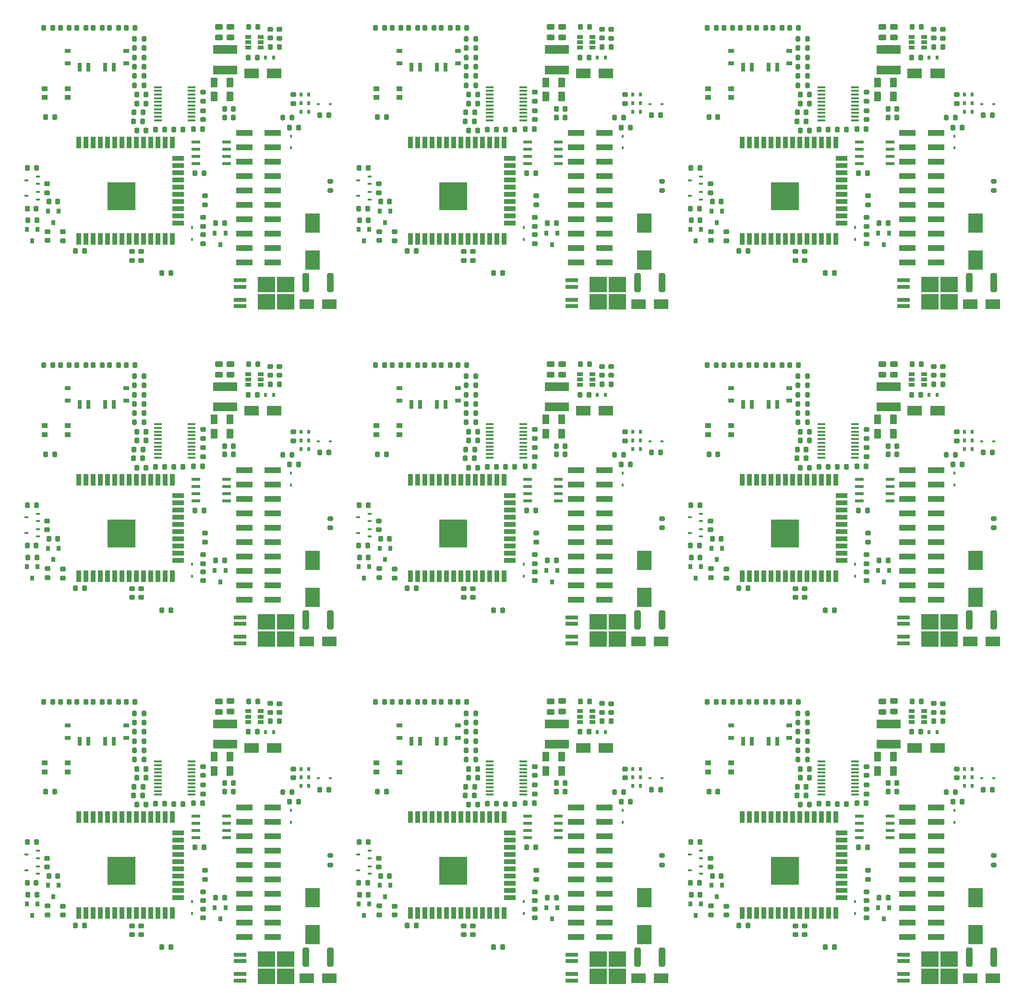
<source format=gtp>
%TF.GenerationSoftware,KiCad,Pcbnew,(6.0.6)*%
%TF.CreationDate,2022-07-06T10:55:58+02:00*%
%TF.ProjectId,panel,70616e65-6c2e-46b6-9963-61645f706362,3.0*%
%TF.SameCoordinates,PXe4e1c0PYe4e1c0*%
%TF.FileFunction,Paste,Top*%
%TF.FilePolarity,Positive*%
%FSLAX46Y46*%
G04 Gerber Fmt 4.6, Leading zero omitted, Abs format (unit mm)*
G04 Created by KiCad (PCBNEW (6.0.6)) date 2022-07-06 10:55:58*
%MOMM*%
%LPD*%
G01*
G04 APERTURE LIST*
G04 Aperture macros list*
%AMRoundRect*
0 Rectangle with rounded corners*
0 $1 Rounding radius*
0 $2 $3 $4 $5 $6 $7 $8 $9 X,Y pos of 4 corners*
0 Add a 4 corners polygon primitive as box body*
4,1,4,$2,$3,$4,$5,$6,$7,$8,$9,$2,$3,0*
0 Add four circle primitives for the rounded corners*
1,1,$1+$1,$2,$3*
1,1,$1+$1,$4,$5*
1,1,$1+$1,$6,$7*
1,1,$1+$1,$8,$9*
0 Add four rect primitives between the rounded corners*
20,1,$1+$1,$2,$3,$4,$5,0*
20,1,$1+$1,$4,$5,$6,$7,0*
20,1,$1+$1,$6,$7,$8,$9,0*
20,1,$1+$1,$8,$9,$2,$3,0*%
G04 Aperture macros list end*
%ADD10R,0.700000X0.450000*%
%ADD11R,1.000000X0.800000*%
%ADD12R,0.700000X1.500000*%
%ADD13RoundRect,0.218750X0.218750X0.256250X-0.218750X0.256250X-0.218750X-0.256250X0.218750X-0.256250X0*%
%ADD14RoundRect,0.200000X0.275000X-0.200000X0.275000X0.200000X-0.275000X0.200000X-0.275000X-0.200000X0*%
%ADD15RoundRect,0.218750X-0.256250X0.218750X-0.256250X-0.218750X0.256250X-0.218750X0.256250X0.218750X0*%
%ADD16R,2.500000X3.500000*%
%ADD17R,1.000000X0.900000*%
%ADD18RoundRect,0.218750X-0.218750X-0.256250X0.218750X-0.256250X0.218750X0.256250X-0.218750X0.256250X0*%
%ADD19RoundRect,0.200000X-0.200000X-0.275000X0.200000X-0.275000X0.200000X0.275000X-0.200000X0.275000X0*%
%ADD20R,1.060000X0.650000*%
%ADD21RoundRect,0.218750X0.256250X-0.218750X0.256250X0.218750X-0.256250X0.218750X-0.256250X-0.218750X0*%
%ADD22RoundRect,0.200000X0.200000X0.275000X-0.200000X0.275000X-0.200000X-0.275000X0.200000X-0.275000X0*%
%ADD23R,4.200000X1.500000*%
%ADD24RoundRect,0.250000X0.375000X0.625000X-0.375000X0.625000X-0.375000X-0.625000X0.375000X-0.625000X0*%
%ADD25RoundRect,0.249998X0.312502X1.450002X-0.312502X1.450002X-0.312502X-1.450002X0.312502X-1.450002X0*%
%ADD26RoundRect,0.243750X0.456250X-0.243750X0.456250X0.243750X-0.456250X0.243750X-0.456250X-0.243750X0*%
%ADD27R,0.600000X0.700000*%
%ADD28R,2.500000X1.800000*%
%ADD29R,0.800000X0.900000*%
%ADD30R,0.900000X2.000000*%
%ADD31R,2.000000X0.900000*%
%ADD32R,5.000000X5.000000*%
%ADD33R,0.450000X0.600000*%
%ADD34R,1.550000X0.600000*%
%ADD35R,1.450000X0.450000*%
%ADD36R,3.050000X2.750000*%
%ADD37R,2.200000X0.800000*%
%ADD38R,3.000000X1.000000*%
%ADD39R,0.600000X0.450000*%
%ADD40RoundRect,0.225000X0.225000X0.250000X-0.225000X0.250000X-0.225000X-0.250000X0.225000X-0.250000X0*%
G04 APERTURE END LIST*
D10*
%TO.C,B2-Q2*%
X120320000Y-39540000D03*
X120320000Y-38240000D03*
X118320000Y-38890000D03*
%TD*%
D11*
%TO.C,B1-SW4*%
X67100000Y-15530000D03*
X77400000Y-13320000D03*
X77400000Y-15530000D03*
X67100000Y-13320000D03*
D12*
X75250000Y-16180000D03*
X73750000Y-16180000D03*
X70750000Y-16180000D03*
X69250000Y-16180000D03*
%TD*%
D13*
%TO.C,B2-D7*%
X128787500Y-9250000D03*
X127212500Y-9250000D03*
%TD*%
D14*
%TO.C,B1-R28*%
X113410000Y-37985000D03*
X113410000Y-36335000D03*
%TD*%
D13*
%TO.C,B0-D7*%
X11787500Y-9250000D03*
X10212500Y-9250000D03*
%TD*%
D15*
%TO.C,B2-R3*%
X136950000Y-48712500D03*
X136950000Y-50287500D03*
%TD*%
D16*
%TO.C,B7-C6*%
X110250000Y-169250000D03*
X110250000Y-162750000D03*
%TD*%
D15*
%TO.C,B8-R3*%
X136950000Y-167712500D03*
X136950000Y-169287500D03*
%TD*%
D17*
%TO.C,B4-SW1*%
X67130000Y-79470000D03*
X63030000Y-79470000D03*
X63030000Y-81070000D03*
X67130000Y-81070000D03*
%TD*%
D18*
%TO.C,B5-R31*%
X142212500Y-112000000D03*
X143787500Y-112000000D03*
%TD*%
D13*
%TO.C,B6-R23*%
X22397500Y-140030000D03*
X20822500Y-140030000D03*
%TD*%
D19*
%TO.C,B2-R38*%
X137415000Y-14482000D03*
X139065000Y-14482000D03*
%TD*%
D18*
%TO.C,B4-R8*%
X111562500Y-84200000D03*
X113137500Y-84200000D03*
%TD*%
D13*
%TO.C,B8-D8*%
X131687500Y-128250000D03*
X130112500Y-128250000D03*
%TD*%
D15*
%TO.C,B1-R19*%
X66290000Y-45262500D03*
X66290000Y-46837500D03*
%TD*%
D20*
%TO.C,B3-U3*%
X42650000Y-72250000D03*
X42650000Y-71300000D03*
X42650000Y-70350000D03*
X40450000Y-70350000D03*
X40450000Y-71300000D03*
X40450000Y-72250000D03*
%TD*%
D18*
%TO.C,B6-R16*%
X36262500Y-142550000D03*
X37837500Y-142550000D03*
%TD*%
D15*
%TO.C,B6-C21*%
X32500000Y-142862500D03*
X32500000Y-144437500D03*
%TD*%
D18*
%TO.C,B5-R6*%
X118532500Y-93460000D03*
X120107500Y-93460000D03*
%TD*%
D21*
%TO.C,B5-R1*%
X165390000Y-82127500D03*
X165390000Y-80552500D03*
%TD*%
D22*
%TO.C,B5-R37*%
X139065000Y-72346000D03*
X137415000Y-72346000D03*
%TD*%
D18*
%TO.C,B5-R18*%
X118572500Y-102720000D03*
X120147500Y-102720000D03*
%TD*%
D13*
%TO.C,B2-D5*%
X122987500Y-9250000D03*
X121412500Y-9250000D03*
%TD*%
D23*
%TO.C,B3-L1*%
X36400000Y-76175000D03*
X36400000Y-72575000D03*
%TD*%
D24*
%TO.C,B5-C4*%
X154250000Y-80875000D03*
X151450000Y-80875000D03*
%TD*%
D25*
%TO.C,B8-F1*%
X171887500Y-173250000D03*
X167612500Y-173250000D03*
%TD*%
D13*
%TO.C,B7-R15*%
X96337500Y-144050000D03*
X94762500Y-144050000D03*
%TD*%
D18*
%TO.C,B0-R16*%
X36262500Y-23550000D03*
X37837500Y-23550000D03*
%TD*%
D24*
%TO.C,B8-C4*%
X154250000Y-140375000D03*
X151450000Y-140375000D03*
%TD*%
D13*
%TO.C,B6-D8*%
X14687500Y-128250000D03*
X13112500Y-128250000D03*
%TD*%
%TO.C,B1-D9*%
X76087500Y-9250000D03*
X74512500Y-9250000D03*
%TD*%
D26*
%TO.C,B6-C9*%
X37350000Y-129937500D03*
X37350000Y-128062500D03*
%TD*%
D27*
%TO.C,B5-D1*%
X166740000Y-80540000D03*
X168140000Y-80540000D03*
%TD*%
D13*
%TO.C,B4-C2*%
X70075000Y-108150000D03*
X68500000Y-108150000D03*
%TD*%
D18*
%TO.C,B1-C26*%
X99062500Y-9100000D03*
X100637500Y-9100000D03*
%TD*%
D24*
%TO.C,B3-C5*%
X37250000Y-78375000D03*
X34450000Y-78375000D03*
%TD*%
D18*
%TO.C,B1-C1*%
X59952500Y-41130000D03*
X61527500Y-41130000D03*
%TD*%
%TO.C,B6-R6*%
X1532500Y-152960000D03*
X3107500Y-152960000D03*
%TD*%
D28*
%TO.C,B4-D11*%
X113250000Y-117500000D03*
X109250000Y-117500000D03*
%TD*%
D13*
%TO.C,B1-C7*%
X100537500Y-14500000D03*
X98962500Y-14500000D03*
%TD*%
%TO.C,B0-C22*%
X21862500Y-24190000D03*
X20287500Y-24190000D03*
%TD*%
D24*
%TO.C,B2-C4*%
X154250000Y-21375000D03*
X151450000Y-21375000D03*
%TD*%
D18*
%TO.C,B8-R6*%
X118532500Y-152960000D03*
X120107500Y-152960000D03*
%TD*%
D15*
%TO.C,B6-C8*%
X45925000Y-128512500D03*
X45925000Y-130087500D03*
%TD*%
D27*
%TO.C,B4-D12*%
X102025000Y-74025000D03*
X103425000Y-74025000D03*
%TD*%
D29*
%TO.C,B5-Q5*%
X120310000Y-104350000D03*
X118410000Y-104350000D03*
X119360000Y-106350000D03*
%TD*%
D30*
%TO.C,B8-U1*%
X127595000Y-165500000D03*
X128865000Y-165500000D03*
X130135000Y-165500000D03*
X131405000Y-165500000D03*
X132675000Y-165500000D03*
X133945000Y-165500000D03*
X135215000Y-165500000D03*
X136485000Y-165500000D03*
X137755000Y-165500000D03*
X139025000Y-165500000D03*
X140295000Y-165500000D03*
X141565000Y-165500000D03*
X142835000Y-165500000D03*
X144105000Y-165500000D03*
D31*
X145105000Y-162715000D03*
X145105000Y-161445000D03*
X145105000Y-160175000D03*
X145105000Y-158905000D03*
X145105000Y-157635000D03*
X145105000Y-156365000D03*
X145105000Y-155095000D03*
X145105000Y-153825000D03*
X145105000Y-152555000D03*
X145105000Y-151285000D03*
D30*
X144105000Y-148500000D03*
X142835000Y-148500000D03*
X141565000Y-148500000D03*
X140295000Y-148500000D03*
X139025000Y-148500000D03*
X137755000Y-148500000D03*
X136485000Y-148500000D03*
X135215000Y-148500000D03*
X133945000Y-148500000D03*
X132675000Y-148500000D03*
X131405000Y-148500000D03*
X130135000Y-148500000D03*
X128865000Y-148500000D03*
X127595000Y-148500000D03*
D32*
X135095000Y-158000000D03*
%TD*%
D18*
%TO.C,B6-R17*%
X5282500Y-158940000D03*
X6857500Y-158940000D03*
%TD*%
D21*
%TO.C,B6-R22*%
X32500000Y-163287500D03*
X32500000Y-161712500D03*
%TD*%
%TO.C,B1-R20*%
X63570000Y-46777500D03*
X63570000Y-45202500D03*
%TD*%
%TO.C,B8-C23*%
X149500000Y-141187500D03*
X149500000Y-139612500D03*
%TD*%
D26*
%TO.C,B5-C9*%
X154350000Y-70437500D03*
X154350000Y-68562500D03*
%TD*%
D33*
%TO.C,B1-D13*%
X89000000Y-46550000D03*
X89000000Y-44450000D03*
%TD*%
D29*
%TO.C,B3-Q6*%
X36450000Y-105000000D03*
X34550000Y-105000000D03*
X35500000Y-107000000D03*
%TD*%
D21*
%TO.C,B5-C23*%
X149500000Y-81687500D03*
X149500000Y-80112500D03*
%TD*%
D24*
%TO.C,B2-C5*%
X154250000Y-18875000D03*
X151450000Y-18875000D03*
%TD*%
D13*
%TO.C,B6-R15*%
X37837500Y-144050000D03*
X36262500Y-144050000D03*
%TD*%
D29*
%TO.C,B5-Q4*%
X124020000Y-101090000D03*
X122120000Y-101090000D03*
X123070000Y-103090000D03*
%TD*%
D34*
%TO.C,B8-U2*%
X153600000Y-152205000D03*
X153600000Y-150935000D03*
X153600000Y-149665000D03*
X153600000Y-148395000D03*
X148200000Y-148395000D03*
X148200000Y-149665000D03*
X148200000Y-150935000D03*
X148200000Y-152205000D03*
%TD*%
D13*
%TO.C,B4-C7*%
X100537500Y-74000000D03*
X98962500Y-74000000D03*
%TD*%
D18*
%TO.C,B8-R25*%
X144322500Y-146210000D03*
X145897500Y-146210000D03*
%TD*%
D21*
%TO.C,B1-R12*%
X91000000Y-47325000D03*
X91000000Y-45750000D03*
%TD*%
D13*
%TO.C,B2-C2*%
X128575000Y-48650000D03*
X127000000Y-48650000D03*
%TD*%
%TO.C,B5-C22*%
X138862500Y-83690000D03*
X137287500Y-83690000D03*
%TD*%
D18*
%TO.C,B4-R16*%
X94762500Y-83050000D03*
X96337500Y-83050000D03*
%TD*%
D10*
%TO.C,B4-Q1*%
X61820000Y-96290000D03*
X61820000Y-94990000D03*
X59820000Y-95640000D03*
%TD*%
D26*
%TO.C,B2-C9*%
X154350000Y-10937500D03*
X154350000Y-9062500D03*
%TD*%
D22*
%TO.C,B1-R32*%
X106685000Y-25090000D03*
X105035000Y-25090000D03*
%TD*%
D11*
%TO.C,B4-SW4*%
X77400000Y-72820000D03*
X67100000Y-72820000D03*
X67100000Y-75030000D03*
X77400000Y-75030000D03*
D12*
X75250000Y-75680000D03*
X73750000Y-75680000D03*
X70750000Y-75680000D03*
X69250000Y-75680000D03*
%TD*%
D18*
%TO.C,B6-R11*%
X30812500Y-146100000D03*
X32387500Y-146100000D03*
%TD*%
D19*
%TO.C,B6-R35*%
X20415000Y-135118000D03*
X22065000Y-135118000D03*
%TD*%
D18*
%TO.C,B3-R16*%
X36262500Y-83050000D03*
X37837500Y-83050000D03*
%TD*%
D21*
%TO.C,B5-R12*%
X149500000Y-106825000D03*
X149500000Y-105250000D03*
%TD*%
D14*
%TO.C,B4-R28*%
X113410000Y-97485000D03*
X113410000Y-95835000D03*
%TD*%
D22*
%TO.C,B7-R37*%
X80565000Y-131846000D03*
X78915000Y-131846000D03*
%TD*%
%TO.C,B2-R37*%
X139065000Y-12846000D03*
X137415000Y-12846000D03*
%TD*%
D19*
%TO.C,B0-R35*%
X20415000Y-16118000D03*
X22065000Y-16118000D03*
%TD*%
D11*
%TO.C,B7-SW4*%
X67100000Y-134530000D03*
X77400000Y-134530000D03*
X77400000Y-132320000D03*
X67100000Y-132320000D03*
D12*
X75250000Y-135180000D03*
X73750000Y-135180000D03*
X70750000Y-135180000D03*
X69250000Y-135180000D03*
%TD*%
D15*
%TO.C,B2-R19*%
X124790000Y-45262500D03*
X124790000Y-46837500D03*
%TD*%
D18*
%TO.C,B8-R18*%
X118572500Y-162220000D03*
X120147500Y-162220000D03*
%TD*%
%TO.C,B0-C26*%
X40562500Y-9100000D03*
X42137500Y-9100000D03*
%TD*%
%TO.C,B0-C1*%
X1452500Y-41130000D03*
X3027500Y-41130000D03*
%TD*%
D24*
%TO.C,B4-C5*%
X95750000Y-78375000D03*
X92950000Y-78375000D03*
%TD*%
D35*
%TO.C,B7-U7*%
X83050000Y-138725000D03*
X83050000Y-139375000D03*
X83050000Y-140025000D03*
X83050000Y-140675000D03*
X83050000Y-141325000D03*
X83050000Y-141975000D03*
X83050000Y-142625000D03*
X83050000Y-143275000D03*
X83050000Y-143925000D03*
X83050000Y-144575000D03*
X88950000Y-144575000D03*
X88950000Y-143925000D03*
X88950000Y-143275000D03*
X88950000Y-142625000D03*
X88950000Y-141975000D03*
X88950000Y-141325000D03*
X88950000Y-140675000D03*
X88950000Y-140025000D03*
X88950000Y-139375000D03*
X88950000Y-138725000D03*
%TD*%
D18*
%TO.C,B4-R11*%
X89312500Y-86600000D03*
X90887500Y-86600000D03*
%TD*%
D10*
%TO.C,B8-Q1*%
X120320000Y-155790000D03*
X120320000Y-154490000D03*
X118320000Y-155140000D03*
%TD*%
D18*
%TO.C,B2-R27*%
X137832500Y-27360000D03*
X139407500Y-27360000D03*
%TD*%
%TO.C,B2-R6*%
X118532500Y-33960000D03*
X120107500Y-33960000D03*
%TD*%
D21*
%TO.C,B8-R1*%
X165390000Y-141627500D03*
X165390000Y-140052500D03*
%TD*%
D18*
%TO.C,B3-R21*%
X34712500Y-103250000D03*
X36287500Y-103250000D03*
%TD*%
%TO.C,B5-R10*%
X161337500Y-72125000D03*
X162912500Y-72125000D03*
%TD*%
D13*
%TO.C,B7-D9*%
X76087500Y-128250000D03*
X74512500Y-128250000D03*
%TD*%
%TO.C,B7-R23*%
X80897500Y-140030000D03*
X79322500Y-140030000D03*
%TD*%
D18*
%TO.C,B4-R6*%
X60032500Y-93460000D03*
X61607500Y-93460000D03*
%TD*%
D21*
%TO.C,B2-R22*%
X149500000Y-44287500D03*
X149500000Y-42712500D03*
%TD*%
D13*
%TO.C,B3-D5*%
X5987500Y-68750000D03*
X4412500Y-68750000D03*
%TD*%
D21*
%TO.C,B0-R22*%
X32500000Y-44287500D03*
X32500000Y-42712500D03*
%TD*%
D18*
%TO.C,B6-R8*%
X53062500Y-143700000D03*
X54637500Y-143700000D03*
%TD*%
D16*
%TO.C,B2-C6*%
X168750000Y-50250000D03*
X168750000Y-43750000D03*
%TD*%
D10*
%TO.C,B5-Q2*%
X120320000Y-99040000D03*
X120320000Y-97740000D03*
X118320000Y-98390000D03*
%TD*%
D22*
%TO.C,B1-R33*%
X80565000Y-17754000D03*
X78915000Y-17754000D03*
%TD*%
D36*
%TO.C,B4-U4*%
X102165000Y-117115000D03*
X105515000Y-117115000D03*
X102165000Y-114065000D03*
X105515000Y-114065000D03*
D37*
X97540000Y-113310000D03*
X97540000Y-114450000D03*
X97540000Y-116730000D03*
X97540000Y-117870000D03*
%TD*%
D28*
%TO.C,B0-D11*%
X54750000Y-58000000D03*
X50750000Y-58000000D03*
%TD*%
D21*
%TO.C,B1-C23*%
X91000000Y-22187500D03*
X91000000Y-20612500D03*
%TD*%
D33*
%TO.C,B2-D13*%
X147500000Y-46550000D03*
X147500000Y-44450000D03*
%TD*%
D29*
%TO.C,B7-Q6*%
X94950000Y-164500000D03*
X93050000Y-164500000D03*
X94000000Y-166500000D03*
%TD*%
D13*
%TO.C,B1-C24*%
X80887500Y-22600000D03*
X79312500Y-22600000D03*
%TD*%
D35*
%TO.C,B0-U7*%
X24550000Y-19725000D03*
X24550000Y-20375000D03*
X24550000Y-21025000D03*
X24550000Y-21675000D03*
X24550000Y-22325000D03*
X24550000Y-22975000D03*
X24550000Y-23625000D03*
X24550000Y-24275000D03*
X24550000Y-24925000D03*
X24550000Y-25575000D03*
X30450000Y-25575000D03*
X30450000Y-24925000D03*
X30450000Y-24275000D03*
X30450000Y-23625000D03*
X30450000Y-22975000D03*
X30450000Y-22325000D03*
X30450000Y-21675000D03*
X30450000Y-21025000D03*
X30450000Y-20375000D03*
X30450000Y-19725000D03*
%TD*%
D18*
%TO.C,B6-R31*%
X25212500Y-171500000D03*
X26787500Y-171500000D03*
%TD*%
%TO.C,B3-R18*%
X1572500Y-102720000D03*
X3147500Y-102720000D03*
%TD*%
D19*
%TO.C,B8-R38*%
X137415000Y-133482000D03*
X139065000Y-133482000D03*
%TD*%
D27*
%TO.C,B7-D15*%
X108250000Y-143060000D03*
X109650000Y-143060000D03*
%TD*%
D24*
%TO.C,B0-C5*%
X37250000Y-18875000D03*
X34450000Y-18875000D03*
%TD*%
D21*
%TO.C,B1-R7*%
X91280000Y-40497500D03*
X91280000Y-38922500D03*
%TD*%
D38*
%TO.C,B1-J3*%
X98230000Y-50680000D03*
X103270000Y-50680000D03*
X98230000Y-48140000D03*
X103270000Y-48140000D03*
X98230000Y-45600000D03*
X103270000Y-45600000D03*
X98230000Y-43060000D03*
X103270000Y-43060000D03*
X98230000Y-40520000D03*
X103270000Y-40520000D03*
X98230000Y-37980000D03*
X103270000Y-37980000D03*
X98230000Y-35440000D03*
X103270000Y-35440000D03*
X98230000Y-32900000D03*
X103270000Y-32900000D03*
X98230000Y-30360000D03*
X103270000Y-30360000D03*
X98230000Y-27820000D03*
X103270000Y-27820000D03*
%TD*%
D13*
%TO.C,B2-C7*%
X159037500Y-14500000D03*
X157462500Y-14500000D03*
%TD*%
D30*
%TO.C,B4-U1*%
X69095000Y-106000000D03*
X70365000Y-106000000D03*
X71635000Y-106000000D03*
X72905000Y-106000000D03*
X74175000Y-106000000D03*
X75445000Y-106000000D03*
X76715000Y-106000000D03*
X77985000Y-106000000D03*
X79255000Y-106000000D03*
X80525000Y-106000000D03*
X81795000Y-106000000D03*
X83065000Y-106000000D03*
X84335000Y-106000000D03*
X85605000Y-106000000D03*
D31*
X86605000Y-103215000D03*
X86605000Y-101945000D03*
X86605000Y-100675000D03*
X86605000Y-99405000D03*
X86605000Y-98135000D03*
X86605000Y-96865000D03*
X86605000Y-95595000D03*
X86605000Y-94325000D03*
X86605000Y-93055000D03*
X86605000Y-91785000D03*
D30*
X85605000Y-89000000D03*
X84335000Y-89000000D03*
X83065000Y-89000000D03*
X81795000Y-89000000D03*
X80525000Y-89000000D03*
X79255000Y-89000000D03*
X77985000Y-89000000D03*
X76715000Y-89000000D03*
X75445000Y-89000000D03*
X74175000Y-89000000D03*
X72905000Y-89000000D03*
X71635000Y-89000000D03*
X70365000Y-89000000D03*
X69095000Y-89000000D03*
D32*
X76595000Y-98500000D03*
%TD*%
D15*
%TO.C,B6-R4*%
X21600000Y-167712500D03*
X21600000Y-169287500D03*
%TD*%
D13*
%TO.C,B3-D6*%
X8887500Y-68750000D03*
X7312500Y-68750000D03*
%TD*%
%TO.C,B5-R2*%
X123287500Y-84500000D03*
X121712500Y-84500000D03*
%TD*%
%TO.C,B8-D9*%
X134587500Y-128250000D03*
X133012500Y-128250000D03*
%TD*%
D11*
%TO.C,B2-SW4*%
X135900000Y-15530000D03*
X135900000Y-13320000D03*
X125600000Y-15530000D03*
X125600000Y-13320000D03*
D12*
X133750000Y-16180000D03*
X132250000Y-16180000D03*
X129250000Y-16180000D03*
X127750000Y-16180000D03*
%TD*%
D18*
%TO.C,B7-R17*%
X63782500Y-158940000D03*
X65357500Y-158940000D03*
%TD*%
D21*
%TO.C,B8-R7*%
X149780000Y-159497500D03*
X149780000Y-157922500D03*
%TD*%
D17*
%TO.C,B0-SW1*%
X4530000Y-19970000D03*
X8630000Y-19970000D03*
X8630000Y-21570000D03*
X4530000Y-21570000D03*
%TD*%
D35*
%TO.C,B6-U7*%
X24550000Y-138725000D03*
X24550000Y-139375000D03*
X24550000Y-140025000D03*
X24550000Y-140675000D03*
X24550000Y-141325000D03*
X24550000Y-141975000D03*
X24550000Y-142625000D03*
X24550000Y-143275000D03*
X24550000Y-143925000D03*
X24550000Y-144575000D03*
X30450000Y-144575000D03*
X30450000Y-143925000D03*
X30450000Y-143275000D03*
X30450000Y-142625000D03*
X30450000Y-141975000D03*
X30450000Y-141325000D03*
X30450000Y-140675000D03*
X30450000Y-140025000D03*
X30450000Y-139375000D03*
X30450000Y-138725000D03*
%TD*%
D18*
%TO.C,B3-R8*%
X53062500Y-84200000D03*
X54637500Y-84200000D03*
%TD*%
D33*
%TO.C,B3-D14*%
X47970000Y-89960000D03*
X47970000Y-87860000D03*
%TD*%
D39*
%TO.C,B1-D2*%
X111300000Y-22700000D03*
X113400000Y-22700000D03*
%TD*%
D26*
%TO.C,B4-C10*%
X93800000Y-70462500D03*
X93800000Y-68587500D03*
%TD*%
D19*
%TO.C,B3-R36*%
X20415000Y-70710000D03*
X22065000Y-70710000D03*
%TD*%
D34*
%TO.C,B5-U2*%
X153600000Y-92705000D03*
X153600000Y-91435000D03*
X153600000Y-90165000D03*
X153600000Y-88895000D03*
X148200000Y-88895000D03*
X148200000Y-90165000D03*
X148200000Y-91435000D03*
X148200000Y-92705000D03*
%TD*%
D27*
%TO.C,B8-D1*%
X166740000Y-140040000D03*
X168140000Y-140040000D03*
%TD*%
D13*
%TO.C,B5-C2*%
X128575000Y-108150000D03*
X127000000Y-108150000D03*
%TD*%
%TO.C,B1-D5*%
X64487500Y-9250000D03*
X62912500Y-9250000D03*
%TD*%
D27*
%TO.C,B0-D1*%
X49740000Y-21040000D03*
X51140000Y-21040000D03*
%TD*%
D18*
%TO.C,B5-R8*%
X170062500Y-84200000D03*
X171637500Y-84200000D03*
%TD*%
D19*
%TO.C,B1-R38*%
X78915000Y-14482000D03*
X80565000Y-14482000D03*
%TD*%
D22*
%TO.C,B5-R33*%
X139065000Y-77254000D03*
X137415000Y-77254000D03*
%TD*%
D18*
%TO.C,B2-R10*%
X161337500Y-12625000D03*
X162912500Y-12625000D03*
%TD*%
D16*
%TO.C,B0-C6*%
X51750000Y-50250000D03*
X51750000Y-43750000D03*
%TD*%
D13*
%TO.C,B4-R24*%
X84177500Y-86700000D03*
X82602500Y-86700000D03*
%TD*%
D18*
%TO.C,B8-R8*%
X170062500Y-143700000D03*
X171637500Y-143700000D03*
%TD*%
D21*
%TO.C,B8-R22*%
X149500000Y-163287500D03*
X149500000Y-161712500D03*
%TD*%
D15*
%TO.C,B0-R5*%
X4950000Y-36772500D03*
X4950000Y-38347500D03*
%TD*%
D18*
%TO.C,B0-R8*%
X53062500Y-24700000D03*
X54637500Y-24700000D03*
%TD*%
%TO.C,B0-R11*%
X30812500Y-27100000D03*
X32387500Y-27100000D03*
%TD*%
%TO.C,B5-R27*%
X137832500Y-86860000D03*
X139407500Y-86860000D03*
%TD*%
D19*
%TO.C,B0-R38*%
X20415000Y-14482000D03*
X22065000Y-14482000D03*
%TD*%
D18*
%TO.C,B1-R16*%
X94762500Y-23550000D03*
X96337500Y-23550000D03*
%TD*%
D21*
%TO.C,B3-C23*%
X32500000Y-81687500D03*
X32500000Y-80112500D03*
%TD*%
%TO.C,B3-R12*%
X32500000Y-106825000D03*
X32500000Y-105250000D03*
%TD*%
D15*
%TO.C,B3-R5*%
X4950000Y-96272500D03*
X4950000Y-97847500D03*
%TD*%
D13*
%TO.C,B2-D6*%
X125887500Y-9250000D03*
X124312500Y-9250000D03*
%TD*%
D27*
%TO.C,B2-D15*%
X166750000Y-24060000D03*
X168150000Y-24060000D03*
%TD*%
D13*
%TO.C,B4-C24*%
X80887500Y-82100000D03*
X79312500Y-82100000D03*
%TD*%
D26*
%TO.C,B7-C10*%
X93800000Y-129962500D03*
X93800000Y-128087500D03*
%TD*%
D24*
%TO.C,B0-C4*%
X37250000Y-21375000D03*
X34450000Y-21375000D03*
%TD*%
D20*
%TO.C,B7-U3*%
X101150000Y-131750000D03*
X101150000Y-130800000D03*
X101150000Y-129850000D03*
X98950000Y-129850000D03*
X98950000Y-130800000D03*
X98950000Y-131750000D03*
%TD*%
D15*
%TO.C,B2-C8*%
X162925000Y-9512500D03*
X162925000Y-11087500D03*
%TD*%
D18*
%TO.C,B7-R21*%
X93212500Y-162750000D03*
X94787500Y-162750000D03*
%TD*%
%TO.C,B7-R11*%
X89312500Y-146100000D03*
X90887500Y-146100000D03*
%TD*%
D15*
%TO.C,B1-C8*%
X104425000Y-9512500D03*
X104425000Y-11087500D03*
%TD*%
D11*
%TO.C,B5-SW4*%
X125600000Y-72820000D03*
X135900000Y-75030000D03*
X135900000Y-72820000D03*
X125600000Y-75030000D03*
D12*
X133750000Y-75680000D03*
X132250000Y-75680000D03*
X129250000Y-75680000D03*
X127750000Y-75680000D03*
%TD*%
D15*
%TO.C,B5-C21*%
X149500000Y-83362500D03*
X149500000Y-84937500D03*
%TD*%
D13*
%TO.C,B5-D5*%
X122987500Y-68750000D03*
X121412500Y-68750000D03*
%TD*%
D33*
%TO.C,B6-D14*%
X47970000Y-149460000D03*
X47970000Y-147360000D03*
%TD*%
D15*
%TO.C,B4-R4*%
X80100000Y-108212500D03*
X80100000Y-109787500D03*
%TD*%
D13*
%TO.C,B2-D8*%
X131687500Y-9250000D03*
X130112500Y-9250000D03*
%TD*%
D15*
%TO.C,B0-R4*%
X21600000Y-48712500D03*
X21600000Y-50287500D03*
%TD*%
D18*
%TO.C,B2-C3*%
X148062500Y-34900000D03*
X149637500Y-34900000D03*
%TD*%
D33*
%TO.C,B3-D13*%
X30500000Y-106050000D03*
X30500000Y-103950000D03*
%TD*%
D18*
%TO.C,B1-R27*%
X79332500Y-27360000D03*
X80907500Y-27360000D03*
%TD*%
D21*
%TO.C,B8-R20*%
X122070000Y-165777500D03*
X122070000Y-164202500D03*
%TD*%
D30*
%TO.C,B3-U1*%
X10595000Y-106000000D03*
X11865000Y-106000000D03*
X13135000Y-106000000D03*
X14405000Y-106000000D03*
X15675000Y-106000000D03*
X16945000Y-106000000D03*
X18215000Y-106000000D03*
X19485000Y-106000000D03*
X20755000Y-106000000D03*
X22025000Y-106000000D03*
X23295000Y-106000000D03*
X24565000Y-106000000D03*
X25835000Y-106000000D03*
X27105000Y-106000000D03*
D31*
X28105000Y-103215000D03*
X28105000Y-101945000D03*
X28105000Y-100675000D03*
X28105000Y-99405000D03*
X28105000Y-98135000D03*
X28105000Y-96865000D03*
X28105000Y-95595000D03*
X28105000Y-94325000D03*
X28105000Y-93055000D03*
X28105000Y-91785000D03*
D30*
X27105000Y-89000000D03*
X25835000Y-89000000D03*
X24565000Y-89000000D03*
X23295000Y-89000000D03*
X22025000Y-89000000D03*
X20755000Y-89000000D03*
X19485000Y-89000000D03*
X18215000Y-89000000D03*
X16945000Y-89000000D03*
X15675000Y-89000000D03*
X14405000Y-89000000D03*
X13135000Y-89000000D03*
X11865000Y-89000000D03*
X10595000Y-89000000D03*
D32*
X18095000Y-98500000D03*
%TD*%
D13*
%TO.C,B6-R2*%
X6287500Y-144000000D03*
X4712500Y-144000000D03*
%TD*%
D20*
%TO.C,B1-U3*%
X101150000Y-12750000D03*
X101150000Y-11800000D03*
X101150000Y-10850000D03*
X98950000Y-10850000D03*
X98950000Y-11800000D03*
X98950000Y-12750000D03*
%TD*%
D22*
%TO.C,B0-R33*%
X22065000Y-17754000D03*
X20415000Y-17754000D03*
%TD*%
D13*
%TO.C,B4-D6*%
X67387500Y-68750000D03*
X65812500Y-68750000D03*
%TD*%
D15*
%TO.C,B7-R3*%
X78450000Y-167712500D03*
X78450000Y-169287500D03*
%TD*%
D22*
%TO.C,B8-R37*%
X139065000Y-131846000D03*
X137415000Y-131846000D03*
%TD*%
%TO.C,B8-R33*%
X139065000Y-136754000D03*
X137415000Y-136754000D03*
%TD*%
D18*
%TO.C,B5-R11*%
X147812500Y-86600000D03*
X149387500Y-86600000D03*
%TD*%
%TO.C,B7-R31*%
X83712500Y-171500000D03*
X85287500Y-171500000D03*
%TD*%
D13*
%TO.C,B3-R2*%
X6287500Y-84500000D03*
X4712500Y-84500000D03*
%TD*%
D28*
%TO.C,B3-D11*%
X54750000Y-117500000D03*
X50750000Y-117500000D03*
%TD*%
D26*
%TO.C,B1-C10*%
X93800000Y-10962500D03*
X93800000Y-9087500D03*
%TD*%
D18*
%TO.C,B1-R8*%
X111562500Y-24700000D03*
X113137500Y-24700000D03*
%TD*%
D17*
%TO.C,B7-SW1*%
X63030000Y-138970000D03*
X67130000Y-138970000D03*
X63030000Y-140570000D03*
X67130000Y-140570000D03*
%TD*%
D16*
%TO.C,B1-C6*%
X110250000Y-50250000D03*
X110250000Y-43750000D03*
%TD*%
D18*
%TO.C,B0-R18*%
X1572500Y-43220000D03*
X3147500Y-43220000D03*
%TD*%
%TO.C,B7-R6*%
X60032500Y-152960000D03*
X61607500Y-152960000D03*
%TD*%
D13*
%TO.C,B3-C2*%
X11575000Y-108150000D03*
X10000000Y-108150000D03*
%TD*%
D15*
%TO.C,B4-R3*%
X78450000Y-108212500D03*
X78450000Y-109787500D03*
%TD*%
%TO.C,B6-R3*%
X19950000Y-167712500D03*
X19950000Y-169287500D03*
%TD*%
%TO.C,B2-C21*%
X149500000Y-23862500D03*
X149500000Y-25437500D03*
%TD*%
D13*
%TO.C,B0-D6*%
X8887500Y-9250000D03*
X7312500Y-9250000D03*
%TD*%
D18*
%TO.C,B5-C1*%
X118452500Y-100630000D03*
X120027500Y-100630000D03*
%TD*%
%TO.C,B1-R11*%
X89312500Y-27100000D03*
X90887500Y-27100000D03*
%TD*%
%TO.C,B0-R21*%
X34712500Y-43750000D03*
X36287500Y-43750000D03*
%TD*%
D27*
%TO.C,B0-D4*%
X49740000Y-22540000D03*
X51140000Y-22540000D03*
%TD*%
D29*
%TO.C,B1-Q6*%
X94950000Y-45500000D03*
X93050000Y-45500000D03*
X94000000Y-47500000D03*
%TD*%
D17*
%TO.C,B1-SW1*%
X63030000Y-19970000D03*
X67130000Y-19970000D03*
X67130000Y-21570000D03*
X63030000Y-21570000D03*
%TD*%
D13*
%TO.C,B7-D5*%
X64487500Y-128250000D03*
X62912500Y-128250000D03*
%TD*%
D18*
%TO.C,B3-C26*%
X40562500Y-68600000D03*
X42137500Y-68600000D03*
%TD*%
D15*
%TO.C,B1-R9*%
X102825000Y-9487500D03*
X102825000Y-11062500D03*
%TD*%
D21*
%TO.C,B3-R20*%
X5070000Y-106277500D03*
X5070000Y-104702500D03*
%TD*%
D27*
%TO.C,B4-D4*%
X108240000Y-82040000D03*
X109640000Y-82040000D03*
%TD*%
D33*
%TO.C,B8-D14*%
X164970000Y-149460000D03*
X164970000Y-147360000D03*
%TD*%
D18*
%TO.C,B6-R26*%
X20237500Y-144725000D03*
X21812500Y-144725000D03*
%TD*%
D39*
%TO.C,B7-D2*%
X111300000Y-141700000D03*
X113400000Y-141700000D03*
%TD*%
D18*
%TO.C,B4-R18*%
X60072500Y-102720000D03*
X61647500Y-102720000D03*
%TD*%
D28*
%TO.C,B4-D3*%
X99500000Y-76825000D03*
X103500000Y-76825000D03*
%TD*%
%TO.C,B3-D3*%
X41000000Y-76825000D03*
X45000000Y-76825000D03*
%TD*%
D40*
%TO.C,B8-C11*%
X166305000Y-145840000D03*
X164755000Y-145840000D03*
%TD*%
D13*
%TO.C,B2-C24*%
X139387500Y-22600000D03*
X137812500Y-22600000D03*
%TD*%
%TO.C,B1-D8*%
X73187500Y-9250000D03*
X71612500Y-9250000D03*
%TD*%
D18*
%TO.C,B1-R6*%
X60032500Y-33960000D03*
X61607500Y-33960000D03*
%TD*%
D19*
%TO.C,B4-R35*%
X78915000Y-75618000D03*
X80565000Y-75618000D03*
%TD*%
D35*
%TO.C,B2-U7*%
X141550000Y-19725000D03*
X141550000Y-20375000D03*
X141550000Y-21025000D03*
X141550000Y-21675000D03*
X141550000Y-22325000D03*
X141550000Y-22975000D03*
X141550000Y-23625000D03*
X141550000Y-24275000D03*
X141550000Y-24925000D03*
X141550000Y-25575000D03*
X147450000Y-25575000D03*
X147450000Y-24925000D03*
X147450000Y-24275000D03*
X147450000Y-23625000D03*
X147450000Y-22975000D03*
X147450000Y-22325000D03*
X147450000Y-21675000D03*
X147450000Y-21025000D03*
X147450000Y-20375000D03*
X147450000Y-19725000D03*
%TD*%
D15*
%TO.C,B4-R9*%
X102825000Y-68987500D03*
X102825000Y-70562500D03*
%TD*%
D35*
%TO.C,B4-U7*%
X83050000Y-79225000D03*
X83050000Y-79875000D03*
X83050000Y-80525000D03*
X83050000Y-81175000D03*
X83050000Y-81825000D03*
X83050000Y-82475000D03*
X83050000Y-83125000D03*
X83050000Y-83775000D03*
X83050000Y-84425000D03*
X83050000Y-85075000D03*
X88950000Y-85075000D03*
X88950000Y-84425000D03*
X88950000Y-83775000D03*
X88950000Y-83125000D03*
X88950000Y-82475000D03*
X88950000Y-81825000D03*
X88950000Y-81175000D03*
X88950000Y-80525000D03*
X88950000Y-79875000D03*
X88950000Y-79225000D03*
%TD*%
D15*
%TO.C,B3-R3*%
X19950000Y-108212500D03*
X19950000Y-109787500D03*
%TD*%
D18*
%TO.C,B8-R16*%
X153262500Y-142550000D03*
X154837500Y-142550000D03*
%TD*%
D22*
%TO.C,B3-R33*%
X22065000Y-77254000D03*
X20415000Y-77254000D03*
%TD*%
D29*
%TO.C,B4-Q5*%
X61810000Y-104350000D03*
X59910000Y-104350000D03*
X60860000Y-106350000D03*
%TD*%
D33*
%TO.C,B8-D13*%
X147500000Y-165550000D03*
X147500000Y-163450000D03*
%TD*%
D29*
%TO.C,B1-Q4*%
X65520000Y-41590000D03*
X63620000Y-41590000D03*
X64570000Y-43590000D03*
%TD*%
D18*
%TO.C,B4-C1*%
X59952500Y-100630000D03*
X61527500Y-100630000D03*
%TD*%
D15*
%TO.C,B7-R19*%
X66290000Y-164262500D03*
X66290000Y-165837500D03*
%TD*%
D27*
%TO.C,B8-D12*%
X160525000Y-133525000D03*
X161925000Y-133525000D03*
%TD*%
D24*
%TO.C,B7-C5*%
X95750000Y-137875000D03*
X92950000Y-137875000D03*
%TD*%
D27*
%TO.C,B5-D4*%
X166740000Y-82040000D03*
X168140000Y-82040000D03*
%TD*%
D13*
%TO.C,B3-R24*%
X25677500Y-86700000D03*
X24102500Y-86700000D03*
%TD*%
D27*
%TO.C,B1-D15*%
X108250000Y-24060000D03*
X109650000Y-24060000D03*
%TD*%
D19*
%TO.C,B4-R38*%
X78915000Y-73982000D03*
X80565000Y-73982000D03*
%TD*%
D24*
%TO.C,B5-C5*%
X154250000Y-78375000D03*
X151450000Y-78375000D03*
%TD*%
D26*
%TO.C,B0-C9*%
X37350000Y-10937500D03*
X37350000Y-9062500D03*
%TD*%
D16*
%TO.C,B3-C6*%
X51750000Y-109750000D03*
X51750000Y-103250000D03*
%TD*%
D13*
%TO.C,B8-D7*%
X128787500Y-128250000D03*
X127212500Y-128250000D03*
%TD*%
D21*
%TO.C,B4-R22*%
X91000000Y-103787500D03*
X91000000Y-102212500D03*
%TD*%
D25*
%TO.C,B2-F1*%
X171887500Y-54250000D03*
X167612500Y-54250000D03*
%TD*%
D21*
%TO.C,B1-R22*%
X91000000Y-44287500D03*
X91000000Y-42712500D03*
%TD*%
D20*
%TO.C,B8-U3*%
X159650000Y-131750000D03*
X159650000Y-130800000D03*
X159650000Y-129850000D03*
X157450000Y-129850000D03*
X157450000Y-130800000D03*
X157450000Y-131750000D03*
%TD*%
D13*
%TO.C,B0-D8*%
X14687500Y-9250000D03*
X13112500Y-9250000D03*
%TD*%
D18*
%TO.C,B8-R31*%
X142212500Y-171500000D03*
X143787500Y-171500000D03*
%TD*%
D13*
%TO.C,B3-D9*%
X17587500Y-68750000D03*
X16012500Y-68750000D03*
%TD*%
D18*
%TO.C,B2-R26*%
X137237500Y-25725000D03*
X138812500Y-25725000D03*
%TD*%
%TO.C,B3-C1*%
X1452500Y-100630000D03*
X3027500Y-100630000D03*
%TD*%
D26*
%TO.C,B8-C10*%
X152300000Y-129962500D03*
X152300000Y-128087500D03*
%TD*%
D35*
%TO.C,B3-U7*%
X24550000Y-79225000D03*
X24550000Y-79875000D03*
X24550000Y-80525000D03*
X24550000Y-81175000D03*
X24550000Y-81825000D03*
X24550000Y-82475000D03*
X24550000Y-83125000D03*
X24550000Y-83775000D03*
X24550000Y-84425000D03*
X24550000Y-85075000D03*
X30450000Y-85075000D03*
X30450000Y-84425000D03*
X30450000Y-83775000D03*
X30450000Y-83125000D03*
X30450000Y-82475000D03*
X30450000Y-81825000D03*
X30450000Y-81175000D03*
X30450000Y-80525000D03*
X30450000Y-79875000D03*
X30450000Y-79225000D03*
%TD*%
D18*
%TO.C,B7-R25*%
X85822500Y-146210000D03*
X87397500Y-146210000D03*
%TD*%
D23*
%TO.C,B4-L1*%
X94900000Y-76175000D03*
X94900000Y-72575000D03*
%TD*%
D21*
%TO.C,B7-R7*%
X91280000Y-159497500D03*
X91280000Y-157922500D03*
%TD*%
D13*
%TO.C,B2-R15*%
X154837500Y-25050000D03*
X153262500Y-25050000D03*
%TD*%
D35*
%TO.C,B1-U7*%
X83050000Y-19725000D03*
X83050000Y-20375000D03*
X83050000Y-21025000D03*
X83050000Y-21675000D03*
X83050000Y-22325000D03*
X83050000Y-22975000D03*
X83050000Y-23625000D03*
X83050000Y-24275000D03*
X83050000Y-24925000D03*
X83050000Y-25575000D03*
X88950000Y-25575000D03*
X88950000Y-24925000D03*
X88950000Y-24275000D03*
X88950000Y-23625000D03*
X88950000Y-22975000D03*
X88950000Y-22325000D03*
X88950000Y-21675000D03*
X88950000Y-21025000D03*
X88950000Y-20375000D03*
X88950000Y-19725000D03*
%TD*%
D36*
%TO.C,B5-U4*%
X160665000Y-117115000D03*
X164015000Y-114065000D03*
X160665000Y-114065000D03*
X164015000Y-117115000D03*
D37*
X156040000Y-113310000D03*
X156040000Y-114450000D03*
X156040000Y-116730000D03*
X156040000Y-117870000D03*
%TD*%
D13*
%TO.C,B5-R24*%
X142677500Y-86700000D03*
X141102500Y-86700000D03*
%TD*%
%TO.C,B3-R23*%
X22397500Y-80530000D03*
X20822500Y-80530000D03*
%TD*%
D29*
%TO.C,B3-Q5*%
X3310000Y-104350000D03*
X1410000Y-104350000D03*
X2360000Y-106350000D03*
%TD*%
D13*
%TO.C,B0-C7*%
X42037500Y-14500000D03*
X40462500Y-14500000D03*
%TD*%
D35*
%TO.C,B8-U7*%
X141550000Y-138725000D03*
X141550000Y-139375000D03*
X141550000Y-140025000D03*
X141550000Y-140675000D03*
X141550000Y-141325000D03*
X141550000Y-141975000D03*
X141550000Y-142625000D03*
X141550000Y-143275000D03*
X141550000Y-143925000D03*
X141550000Y-144575000D03*
X147450000Y-144575000D03*
X147450000Y-143925000D03*
X147450000Y-143275000D03*
X147450000Y-142625000D03*
X147450000Y-141975000D03*
X147450000Y-141325000D03*
X147450000Y-140675000D03*
X147450000Y-140025000D03*
X147450000Y-139375000D03*
X147450000Y-138725000D03*
%TD*%
D33*
%TO.C,B0-D13*%
X30500000Y-46550000D03*
X30500000Y-44450000D03*
%TD*%
D19*
%TO.C,B1-R36*%
X78915000Y-11210000D03*
X80565000Y-11210000D03*
%TD*%
D13*
%TO.C,B2-D9*%
X134587500Y-9250000D03*
X133012500Y-9250000D03*
%TD*%
D15*
%TO.C,B6-R5*%
X4950000Y-155772500D03*
X4950000Y-157347500D03*
%TD*%
D18*
%TO.C,B2-R31*%
X142212500Y-52500000D03*
X143787500Y-52500000D03*
%TD*%
D33*
%TO.C,B7-D13*%
X89000000Y-165550000D03*
X89000000Y-163450000D03*
%TD*%
D28*
%TO.C,B6-D11*%
X54750000Y-177000000D03*
X50750000Y-177000000D03*
%TD*%
D15*
%TO.C,B5-R5*%
X121950000Y-96272500D03*
X121950000Y-97847500D03*
%TD*%
D18*
%TO.C,B6-R25*%
X27322500Y-146210000D03*
X28897500Y-146210000D03*
%TD*%
%TO.C,B3-R27*%
X20832500Y-86860000D03*
X22407500Y-86860000D03*
%TD*%
D38*
%TO.C,B5-J3*%
X156730000Y-110180000D03*
X161770000Y-110180000D03*
X156730000Y-107640000D03*
X161770000Y-107640000D03*
X156730000Y-105100000D03*
X161770000Y-105100000D03*
X156730000Y-102560000D03*
X161770000Y-102560000D03*
X156730000Y-100020000D03*
X161770000Y-100020000D03*
X156730000Y-97480000D03*
X161770000Y-97480000D03*
X156730000Y-94940000D03*
X161770000Y-94940000D03*
X156730000Y-92400000D03*
X161770000Y-92400000D03*
X156730000Y-89860000D03*
X161770000Y-89860000D03*
X156730000Y-87320000D03*
X161770000Y-87320000D03*
%TD*%
D13*
%TO.C,B8-D10*%
X137487500Y-128250000D03*
X135912500Y-128250000D03*
%TD*%
D36*
%TO.C,B0-U4*%
X43665000Y-57615000D03*
X47015000Y-57615000D03*
X43665000Y-54565000D03*
X47015000Y-54565000D03*
D37*
X39040000Y-53810000D03*
X39040000Y-54950000D03*
X39040000Y-57230000D03*
X39040000Y-58370000D03*
%TD*%
D18*
%TO.C,B3-R10*%
X44337500Y-72125000D03*
X45912500Y-72125000D03*
%TD*%
D21*
%TO.C,B0-C23*%
X32500000Y-22187500D03*
X32500000Y-20612500D03*
%TD*%
D28*
%TO.C,B1-D11*%
X113250000Y-58000000D03*
X109250000Y-58000000D03*
%TD*%
D39*
%TO.C,B8-D2*%
X169800000Y-141700000D03*
X171900000Y-141700000D03*
%TD*%
D27*
%TO.C,B3-D1*%
X49740000Y-80540000D03*
X51140000Y-80540000D03*
%TD*%
D13*
%TO.C,B6-C24*%
X22387500Y-141600000D03*
X20812500Y-141600000D03*
%TD*%
D18*
%TO.C,B0-C3*%
X31062500Y-34900000D03*
X32637500Y-34900000D03*
%TD*%
%TO.C,B7-R18*%
X60072500Y-162220000D03*
X61647500Y-162220000D03*
%TD*%
D15*
%TO.C,B8-R4*%
X138600000Y-167712500D03*
X138600000Y-169287500D03*
%TD*%
D18*
%TO.C,B6-R10*%
X44337500Y-131625000D03*
X45912500Y-131625000D03*
%TD*%
D21*
%TO.C,B0-R1*%
X48390000Y-22627500D03*
X48390000Y-21052500D03*
%TD*%
D38*
%TO.C,B0-J3*%
X39730000Y-50680000D03*
X44770000Y-50680000D03*
X39730000Y-48140000D03*
X44770000Y-48140000D03*
X39730000Y-45600000D03*
X44770000Y-45600000D03*
X39730000Y-43060000D03*
X44770000Y-43060000D03*
X39730000Y-40520000D03*
X44770000Y-40520000D03*
X39730000Y-37980000D03*
X44770000Y-37980000D03*
X39730000Y-35440000D03*
X44770000Y-35440000D03*
X39730000Y-32900000D03*
X44770000Y-32900000D03*
X39730000Y-30360000D03*
X44770000Y-30360000D03*
X39730000Y-27820000D03*
X44770000Y-27820000D03*
%TD*%
D13*
%TO.C,B8-D5*%
X122987500Y-128250000D03*
X121412500Y-128250000D03*
%TD*%
D17*
%TO.C,B6-SW1*%
X4530000Y-138970000D03*
X8630000Y-138970000D03*
X4530000Y-140570000D03*
X8630000Y-140570000D03*
%TD*%
D13*
%TO.C,B1-D10*%
X78987500Y-9250000D03*
X77412500Y-9250000D03*
%TD*%
D29*
%TO.C,B5-Q6*%
X153450000Y-105000000D03*
X151550000Y-105000000D03*
X152500000Y-107000000D03*
%TD*%
D18*
%TO.C,B1-R17*%
X63782500Y-39940000D03*
X65357500Y-39940000D03*
%TD*%
D13*
%TO.C,B2-R23*%
X139397500Y-21030000D03*
X137822500Y-21030000D03*
%TD*%
D10*
%TO.C,B3-Q1*%
X3320000Y-96290000D03*
X3320000Y-94990000D03*
X1320000Y-95640000D03*
%TD*%
D19*
%TO.C,B0-R36*%
X20415000Y-11210000D03*
X22065000Y-11210000D03*
%TD*%
D22*
%TO.C,B3-R37*%
X22065000Y-72346000D03*
X20415000Y-72346000D03*
%TD*%
D18*
%TO.C,B2-C26*%
X157562500Y-9100000D03*
X159137500Y-9100000D03*
%TD*%
D33*
%TO.C,B1-D14*%
X106470000Y-30460000D03*
X106470000Y-28360000D03*
%TD*%
D19*
%TO.C,B3-R34*%
X20415000Y-78890000D03*
X22065000Y-78890000D03*
%TD*%
D29*
%TO.C,B2-Q4*%
X124020000Y-41590000D03*
X122120000Y-41590000D03*
X123070000Y-43590000D03*
%TD*%
D22*
%TO.C,B0-R32*%
X48185000Y-25090000D03*
X46535000Y-25090000D03*
%TD*%
D15*
%TO.C,B5-C8*%
X162925000Y-69012500D03*
X162925000Y-70587500D03*
%TD*%
D10*
%TO.C,B7-Q2*%
X61820000Y-158540000D03*
X61820000Y-157240000D03*
X59820000Y-157890000D03*
%TD*%
D13*
%TO.C,B6-R24*%
X25677500Y-146200000D03*
X24102500Y-146200000D03*
%TD*%
D36*
%TO.C,B3-U4*%
X43665000Y-117115000D03*
X47015000Y-117115000D03*
X47015000Y-114065000D03*
X43665000Y-114065000D03*
D37*
X39040000Y-113310000D03*
X39040000Y-114450000D03*
X39040000Y-116730000D03*
X39040000Y-117870000D03*
%TD*%
D18*
%TO.C,B7-R10*%
X102837500Y-131625000D03*
X104412500Y-131625000D03*
%TD*%
D22*
%TO.C,B4-R33*%
X80565000Y-77254000D03*
X78915000Y-77254000D03*
%TD*%
D36*
%TO.C,B8-U4*%
X160665000Y-173565000D03*
X164015000Y-176615000D03*
X164015000Y-173565000D03*
X160665000Y-176615000D03*
D37*
X156040000Y-172810000D03*
X156040000Y-173950000D03*
X156040000Y-176230000D03*
X156040000Y-177370000D03*
%TD*%
D13*
%TO.C,B5-R15*%
X154837500Y-84550000D03*
X153262500Y-84550000D03*
%TD*%
D30*
%TO.C,B5-U1*%
X127595000Y-106000000D03*
X128865000Y-106000000D03*
X130135000Y-106000000D03*
X131405000Y-106000000D03*
X132675000Y-106000000D03*
X133945000Y-106000000D03*
X135215000Y-106000000D03*
X136485000Y-106000000D03*
X137755000Y-106000000D03*
X139025000Y-106000000D03*
X140295000Y-106000000D03*
X141565000Y-106000000D03*
X142835000Y-106000000D03*
X144105000Y-106000000D03*
D31*
X145105000Y-103215000D03*
X145105000Y-101945000D03*
X145105000Y-100675000D03*
X145105000Y-99405000D03*
X145105000Y-98135000D03*
X145105000Y-96865000D03*
X145105000Y-95595000D03*
X145105000Y-94325000D03*
X145105000Y-93055000D03*
X145105000Y-91785000D03*
D30*
X144105000Y-89000000D03*
X142835000Y-89000000D03*
X141565000Y-89000000D03*
X140295000Y-89000000D03*
X139025000Y-89000000D03*
X137755000Y-89000000D03*
X136485000Y-89000000D03*
X135215000Y-89000000D03*
X133945000Y-89000000D03*
X132675000Y-89000000D03*
X131405000Y-89000000D03*
X130135000Y-89000000D03*
X128865000Y-89000000D03*
X127595000Y-89000000D03*
D32*
X135095000Y-98500000D03*
%TD*%
D21*
%TO.C,B5-R20*%
X122070000Y-106277500D03*
X122070000Y-104702500D03*
%TD*%
D18*
%TO.C,B5-R16*%
X153262500Y-83050000D03*
X154837500Y-83050000D03*
%TD*%
%TO.C,B4-R25*%
X85822500Y-86710000D03*
X87397500Y-86710000D03*
%TD*%
D15*
%TO.C,B8-C8*%
X162925000Y-128512500D03*
X162925000Y-130087500D03*
%TD*%
D22*
%TO.C,B6-R32*%
X48185000Y-144090000D03*
X46535000Y-144090000D03*
%TD*%
D18*
%TO.C,B0-R26*%
X20237500Y-25725000D03*
X21812500Y-25725000D03*
%TD*%
D20*
%TO.C,B2-U3*%
X159650000Y-12750000D03*
X159650000Y-11800000D03*
X159650000Y-10850000D03*
X157450000Y-10850000D03*
X157450000Y-11800000D03*
X157450000Y-12750000D03*
%TD*%
D13*
%TO.C,B2-R24*%
X142677500Y-27200000D03*
X141102500Y-27200000D03*
%TD*%
D40*
%TO.C,B2-C11*%
X166305000Y-26840000D03*
X164755000Y-26840000D03*
%TD*%
D13*
%TO.C,B7-C7*%
X100537500Y-133500000D03*
X98962500Y-133500000D03*
%TD*%
D18*
%TO.C,B2-R11*%
X147812500Y-27100000D03*
X149387500Y-27100000D03*
%TD*%
%TO.C,B0-R10*%
X44337500Y-12625000D03*
X45912500Y-12625000D03*
%TD*%
D13*
%TO.C,B1-D6*%
X67387500Y-9250000D03*
X65812500Y-9250000D03*
%TD*%
D29*
%TO.C,B6-Q5*%
X3310000Y-163850000D03*
X1410000Y-163850000D03*
X2360000Y-165850000D03*
%TD*%
D15*
%TO.C,B6-R9*%
X44325000Y-128487500D03*
X44325000Y-130062500D03*
%TD*%
D21*
%TO.C,B6-C23*%
X32500000Y-141187500D03*
X32500000Y-139612500D03*
%TD*%
D26*
%TO.C,B3-C10*%
X35300000Y-70462500D03*
X35300000Y-68587500D03*
%TD*%
D18*
%TO.C,B8-C1*%
X118452500Y-160130000D03*
X120027500Y-160130000D03*
%TD*%
D16*
%TO.C,B4-C6*%
X110250000Y-109750000D03*
X110250000Y-103250000D03*
%TD*%
D24*
%TO.C,B4-C4*%
X95750000Y-80875000D03*
X92950000Y-80875000D03*
%TD*%
D13*
%TO.C,B8-C7*%
X159037500Y-133500000D03*
X157462500Y-133500000D03*
%TD*%
D21*
%TO.C,B4-R7*%
X91280000Y-99997500D03*
X91280000Y-98422500D03*
%TD*%
D15*
%TO.C,B1-R5*%
X63450000Y-36772500D03*
X63450000Y-38347500D03*
%TD*%
D13*
%TO.C,B2-R2*%
X123287500Y-25000000D03*
X121712500Y-25000000D03*
%TD*%
D19*
%TO.C,B5-R38*%
X137415000Y-73982000D03*
X139065000Y-73982000D03*
%TD*%
D28*
%TO.C,B0-D3*%
X41000000Y-17325000D03*
X45000000Y-17325000D03*
%TD*%
D18*
%TO.C,B1-R26*%
X78737500Y-25725000D03*
X80312500Y-25725000D03*
%TD*%
D21*
%TO.C,B4-C23*%
X91000000Y-81687500D03*
X91000000Y-80112500D03*
%TD*%
D18*
%TO.C,B4-R26*%
X78737500Y-85225000D03*
X80312500Y-85225000D03*
%TD*%
D26*
%TO.C,B2-C10*%
X152300000Y-10962500D03*
X152300000Y-9087500D03*
%TD*%
D13*
%TO.C,B3-D10*%
X20487500Y-68750000D03*
X18912500Y-68750000D03*
%TD*%
D36*
%TO.C,B6-U4*%
X47015000Y-176615000D03*
X43665000Y-173565000D03*
X43665000Y-176615000D03*
X47015000Y-173565000D03*
D37*
X39040000Y-172810000D03*
X39040000Y-173950000D03*
X39040000Y-176230000D03*
X39040000Y-177370000D03*
%TD*%
D13*
%TO.C,B5-D9*%
X134587500Y-68750000D03*
X133012500Y-68750000D03*
%TD*%
D19*
%TO.C,B4-R36*%
X78915000Y-70710000D03*
X80565000Y-70710000D03*
%TD*%
D21*
%TO.C,B6-R1*%
X48390000Y-141627500D03*
X48390000Y-140052500D03*
%TD*%
D28*
%TO.C,B2-D11*%
X171750000Y-58000000D03*
X167750000Y-58000000D03*
%TD*%
D23*
%TO.C,B1-L1*%
X94900000Y-16675000D03*
X94900000Y-13075000D03*
%TD*%
D18*
%TO.C,B7-R8*%
X111562500Y-143700000D03*
X113137500Y-143700000D03*
%TD*%
D29*
%TO.C,B8-Q4*%
X124020000Y-160590000D03*
X122120000Y-160590000D03*
X123070000Y-162590000D03*
%TD*%
D38*
%TO.C,B2-J3*%
X156730000Y-50680000D03*
X161770000Y-50680000D03*
X156730000Y-48140000D03*
X161770000Y-48140000D03*
X156730000Y-45600000D03*
X161770000Y-45600000D03*
X156730000Y-43060000D03*
X161770000Y-43060000D03*
X156730000Y-40520000D03*
X161770000Y-40520000D03*
X156730000Y-37980000D03*
X161770000Y-37980000D03*
X156730000Y-35440000D03*
X161770000Y-35440000D03*
X156730000Y-32900000D03*
X161770000Y-32900000D03*
X156730000Y-30360000D03*
X161770000Y-30360000D03*
X156730000Y-27820000D03*
X161770000Y-27820000D03*
%TD*%
D13*
%TO.C,B6-C7*%
X42037500Y-133500000D03*
X40462500Y-133500000D03*
%TD*%
D18*
%TO.C,B5-R26*%
X137237500Y-85225000D03*
X138812500Y-85225000D03*
%TD*%
D22*
%TO.C,B6-R33*%
X22065000Y-136754000D03*
X20415000Y-136754000D03*
%TD*%
D19*
%TO.C,B3-R38*%
X20415000Y-73982000D03*
X22065000Y-73982000D03*
%TD*%
D24*
%TO.C,B7-C4*%
X95750000Y-140375000D03*
X92950000Y-140375000D03*
%TD*%
D10*
%TO.C,B1-Q2*%
X61820000Y-39540000D03*
X61820000Y-38240000D03*
X59820000Y-38890000D03*
%TD*%
D19*
%TO.C,B8-R34*%
X137415000Y-138390000D03*
X139065000Y-138390000D03*
%TD*%
D15*
%TO.C,B3-C8*%
X45925000Y-69012500D03*
X45925000Y-70587500D03*
%TD*%
D13*
%TO.C,B7-D6*%
X67387500Y-128250000D03*
X65812500Y-128250000D03*
%TD*%
%TO.C,B7-R2*%
X64787500Y-144000000D03*
X63212500Y-144000000D03*
%TD*%
D21*
%TO.C,B2-C23*%
X149500000Y-22187500D03*
X149500000Y-20612500D03*
%TD*%
D15*
%TO.C,B3-R19*%
X7790000Y-104762500D03*
X7790000Y-106337500D03*
%TD*%
D22*
%TO.C,B2-R33*%
X139065000Y-17754000D03*
X137415000Y-17754000D03*
%TD*%
D18*
%TO.C,B2-R8*%
X170062500Y-24700000D03*
X171637500Y-24700000D03*
%TD*%
D29*
%TO.C,B7-Q4*%
X65520000Y-160590000D03*
X63620000Y-160590000D03*
X64570000Y-162590000D03*
%TD*%
D14*
%TO.C,B8-R28*%
X171910000Y-156985000D03*
X171910000Y-155335000D03*
%TD*%
D23*
%TO.C,B7-L1*%
X94900000Y-135675000D03*
X94900000Y-132075000D03*
%TD*%
D13*
%TO.C,B3-C7*%
X42037500Y-74000000D03*
X40462500Y-74000000D03*
%TD*%
D33*
%TO.C,B5-D13*%
X147500000Y-106050000D03*
X147500000Y-103950000D03*
%TD*%
D19*
%TO.C,B5-R36*%
X137415000Y-70710000D03*
X139065000Y-70710000D03*
%TD*%
D13*
%TO.C,B3-C24*%
X22387500Y-82100000D03*
X20812500Y-82100000D03*
%TD*%
D28*
%TO.C,B5-D11*%
X171750000Y-117500000D03*
X167750000Y-117500000D03*
%TD*%
D18*
%TO.C,B3-R31*%
X25212500Y-112000000D03*
X26787500Y-112000000D03*
%TD*%
D27*
%TO.C,B3-D4*%
X49740000Y-82040000D03*
X51140000Y-82040000D03*
%TD*%
D18*
%TO.C,B1-R31*%
X83712500Y-52500000D03*
X85287500Y-52500000D03*
%TD*%
D40*
%TO.C,B6-C11*%
X49305000Y-145840000D03*
X47755000Y-145840000D03*
%TD*%
D18*
%TO.C,B2-R17*%
X122282500Y-39940000D03*
X123857500Y-39940000D03*
%TD*%
%TO.C,B4-R31*%
X83712500Y-112000000D03*
X85287500Y-112000000D03*
%TD*%
D15*
%TO.C,B0-R3*%
X19950000Y-48712500D03*
X19950000Y-50287500D03*
%TD*%
D26*
%TO.C,B8-C9*%
X154350000Y-129937500D03*
X154350000Y-128062500D03*
%TD*%
D13*
%TO.C,B6-D5*%
X5987500Y-128250000D03*
X4412500Y-128250000D03*
%TD*%
D14*
%TO.C,B6-R28*%
X54910000Y-156985000D03*
X54910000Y-155335000D03*
%TD*%
D18*
%TO.C,B2-R25*%
X144322500Y-27210000D03*
X145897500Y-27210000D03*
%TD*%
D10*
%TO.C,B4-Q2*%
X61820000Y-99040000D03*
X61820000Y-97740000D03*
X59820000Y-98390000D03*
%TD*%
D18*
%TO.C,B6-C26*%
X40562500Y-128100000D03*
X42137500Y-128100000D03*
%TD*%
D28*
%TO.C,B1-D3*%
X99500000Y-17325000D03*
X103500000Y-17325000D03*
%TD*%
D14*
%TO.C,B3-R28*%
X54910000Y-97485000D03*
X54910000Y-95835000D03*
%TD*%
D15*
%TO.C,B4-C8*%
X104425000Y-69012500D03*
X104425000Y-70587500D03*
%TD*%
D36*
%TO.C,B1-U4*%
X105515000Y-57615000D03*
X102165000Y-57615000D03*
X102165000Y-54565000D03*
X105515000Y-54565000D03*
D37*
X97540000Y-53810000D03*
X97540000Y-54950000D03*
X97540000Y-57230000D03*
X97540000Y-58370000D03*
%TD*%
D21*
%TO.C,B3-R22*%
X32500000Y-103787500D03*
X32500000Y-102212500D03*
%TD*%
D30*
%TO.C,B2-U1*%
X127595000Y-46500000D03*
X128865000Y-46500000D03*
X130135000Y-46500000D03*
X131405000Y-46500000D03*
X132675000Y-46500000D03*
X133945000Y-46500000D03*
X135215000Y-46500000D03*
X136485000Y-46500000D03*
X137755000Y-46500000D03*
X139025000Y-46500000D03*
X140295000Y-46500000D03*
X141565000Y-46500000D03*
X142835000Y-46500000D03*
X144105000Y-46500000D03*
D31*
X145105000Y-43715000D03*
X145105000Y-42445000D03*
X145105000Y-41175000D03*
X145105000Y-39905000D03*
X145105000Y-38635000D03*
X145105000Y-37365000D03*
X145105000Y-36095000D03*
X145105000Y-34825000D03*
X145105000Y-33555000D03*
X145105000Y-32285000D03*
D30*
X144105000Y-29500000D03*
X142835000Y-29500000D03*
X141565000Y-29500000D03*
X140295000Y-29500000D03*
X139025000Y-29500000D03*
X137755000Y-29500000D03*
X136485000Y-29500000D03*
X135215000Y-29500000D03*
X133945000Y-29500000D03*
X132675000Y-29500000D03*
X131405000Y-29500000D03*
X130135000Y-29500000D03*
X128865000Y-29500000D03*
X127595000Y-29500000D03*
D32*
X135095000Y-39000000D03*
%TD*%
D13*
%TO.C,B8-D6*%
X125887500Y-128250000D03*
X124312500Y-128250000D03*
%TD*%
D18*
%TO.C,B1-C3*%
X89562500Y-34900000D03*
X91137500Y-34900000D03*
%TD*%
D15*
%TO.C,B4-R5*%
X63450000Y-96272500D03*
X63450000Y-97847500D03*
%TD*%
D22*
%TO.C,B0-R37*%
X22065000Y-12846000D03*
X20415000Y-12846000D03*
%TD*%
D29*
%TO.C,B1-Q5*%
X61810000Y-44850000D03*
X59910000Y-44850000D03*
X60860000Y-46850000D03*
%TD*%
D18*
%TO.C,B3-R6*%
X1532500Y-93460000D03*
X3107500Y-93460000D03*
%TD*%
D34*
%TO.C,B2-U2*%
X153600000Y-33205000D03*
X153600000Y-31935000D03*
X153600000Y-30665000D03*
X153600000Y-29395000D03*
X148200000Y-29395000D03*
X148200000Y-30665000D03*
X148200000Y-31935000D03*
X148200000Y-33205000D03*
%TD*%
D22*
%TO.C,B1-R37*%
X80565000Y-12846000D03*
X78915000Y-12846000D03*
%TD*%
D15*
%TO.C,B5-R9*%
X161325000Y-68987500D03*
X161325000Y-70562500D03*
%TD*%
D21*
%TO.C,B4-R20*%
X63570000Y-106277500D03*
X63570000Y-104702500D03*
%TD*%
D10*
%TO.C,B6-Q2*%
X3320000Y-158540000D03*
X3320000Y-157240000D03*
X1320000Y-157890000D03*
%TD*%
D13*
%TO.C,B8-R2*%
X123287500Y-144000000D03*
X121712500Y-144000000D03*
%TD*%
D18*
%TO.C,B7-C26*%
X99062500Y-128100000D03*
X100637500Y-128100000D03*
%TD*%
%TO.C,B1-R21*%
X93212500Y-43750000D03*
X94787500Y-43750000D03*
%TD*%
D30*
%TO.C,B1-U1*%
X69095000Y-46500000D03*
X70365000Y-46500000D03*
X71635000Y-46500000D03*
X72905000Y-46500000D03*
X74175000Y-46500000D03*
X75445000Y-46500000D03*
X76715000Y-46500000D03*
X77985000Y-46500000D03*
X79255000Y-46500000D03*
X80525000Y-46500000D03*
X81795000Y-46500000D03*
X83065000Y-46500000D03*
X84335000Y-46500000D03*
X85605000Y-46500000D03*
D31*
X86605000Y-43715000D03*
X86605000Y-42445000D03*
X86605000Y-41175000D03*
X86605000Y-39905000D03*
X86605000Y-38635000D03*
X86605000Y-37365000D03*
X86605000Y-36095000D03*
X86605000Y-34825000D03*
X86605000Y-33555000D03*
X86605000Y-32285000D03*
D30*
X85605000Y-29500000D03*
X84335000Y-29500000D03*
X83065000Y-29500000D03*
X81795000Y-29500000D03*
X80525000Y-29500000D03*
X79255000Y-29500000D03*
X77985000Y-29500000D03*
X76715000Y-29500000D03*
X75445000Y-29500000D03*
X74175000Y-29500000D03*
X72905000Y-29500000D03*
X71635000Y-29500000D03*
X70365000Y-29500000D03*
X69095000Y-29500000D03*
D32*
X76595000Y-39000000D03*
%TD*%
D27*
%TO.C,B1-D4*%
X108240000Y-22540000D03*
X109640000Y-22540000D03*
%TD*%
D15*
%TO.C,B3-R4*%
X21600000Y-108212500D03*
X21600000Y-109787500D03*
%TD*%
D13*
%TO.C,B8-R23*%
X139397500Y-140030000D03*
X137822500Y-140030000D03*
%TD*%
D21*
%TO.C,B5-R22*%
X149500000Y-103787500D03*
X149500000Y-102212500D03*
%TD*%
D30*
%TO.C,B7-U1*%
X69095000Y-165500000D03*
X70365000Y-165500000D03*
X71635000Y-165500000D03*
X72905000Y-165500000D03*
X74175000Y-165500000D03*
X75445000Y-165500000D03*
X76715000Y-165500000D03*
X77985000Y-165500000D03*
X79255000Y-165500000D03*
X80525000Y-165500000D03*
X81795000Y-165500000D03*
X83065000Y-165500000D03*
X84335000Y-165500000D03*
X85605000Y-165500000D03*
D31*
X86605000Y-162715000D03*
X86605000Y-161445000D03*
X86605000Y-160175000D03*
X86605000Y-158905000D03*
X86605000Y-157635000D03*
X86605000Y-156365000D03*
X86605000Y-155095000D03*
X86605000Y-153825000D03*
X86605000Y-152555000D03*
X86605000Y-151285000D03*
D30*
X85605000Y-148500000D03*
X84335000Y-148500000D03*
X83065000Y-148500000D03*
X81795000Y-148500000D03*
X80525000Y-148500000D03*
X79255000Y-148500000D03*
X77985000Y-148500000D03*
X76715000Y-148500000D03*
X75445000Y-148500000D03*
X74175000Y-148500000D03*
X72905000Y-148500000D03*
X71635000Y-148500000D03*
X70365000Y-148500000D03*
X69095000Y-148500000D03*
D32*
X76595000Y-158000000D03*
%TD*%
D38*
%TO.C,B4-J3*%
X98230000Y-110180000D03*
X103270000Y-110180000D03*
X98230000Y-107640000D03*
X103270000Y-107640000D03*
X98230000Y-105100000D03*
X103270000Y-105100000D03*
X98230000Y-102560000D03*
X103270000Y-102560000D03*
X98230000Y-100020000D03*
X103270000Y-100020000D03*
X98230000Y-97480000D03*
X103270000Y-97480000D03*
X98230000Y-94940000D03*
X103270000Y-94940000D03*
X98230000Y-92400000D03*
X103270000Y-92400000D03*
X98230000Y-89860000D03*
X103270000Y-89860000D03*
X98230000Y-87320000D03*
X103270000Y-87320000D03*
%TD*%
D11*
%TO.C,B6-SW4*%
X18900000Y-132320000D03*
X8600000Y-132320000D03*
X8600000Y-134530000D03*
X18900000Y-134530000D03*
D12*
X16750000Y-135180000D03*
X15250000Y-135180000D03*
X12250000Y-135180000D03*
X10750000Y-135180000D03*
%TD*%
D13*
%TO.C,B6-C2*%
X11575000Y-167650000D03*
X10000000Y-167650000D03*
%TD*%
D26*
%TO.C,B6-C10*%
X35300000Y-129962500D03*
X35300000Y-128087500D03*
%TD*%
D15*
%TO.C,B2-R4*%
X138600000Y-48712500D03*
X138600000Y-50287500D03*
%TD*%
D18*
%TO.C,B7-C3*%
X89562500Y-153900000D03*
X91137500Y-153900000D03*
%TD*%
D10*
%TO.C,B0-Q2*%
X3320000Y-39540000D03*
X3320000Y-38240000D03*
X1320000Y-38890000D03*
%TD*%
D17*
%TO.C,B3-SW1*%
X8630000Y-79470000D03*
X4530000Y-79470000D03*
X4530000Y-81070000D03*
X8630000Y-81070000D03*
%TD*%
D19*
%TO.C,B2-R35*%
X137415000Y-16118000D03*
X139065000Y-16118000D03*
%TD*%
D27*
%TO.C,B1-D12*%
X102025000Y-14525000D03*
X103425000Y-14525000D03*
%TD*%
D13*
%TO.C,B7-R24*%
X84177500Y-146200000D03*
X82602500Y-146200000D03*
%TD*%
D27*
%TO.C,B0-D15*%
X49750000Y-24060000D03*
X51150000Y-24060000D03*
%TD*%
D18*
%TO.C,B3-C3*%
X31062500Y-94400000D03*
X32637500Y-94400000D03*
%TD*%
D13*
%TO.C,B0-C2*%
X11575000Y-48650000D03*
X10000000Y-48650000D03*
%TD*%
%TO.C,B0-R24*%
X25677500Y-27200000D03*
X24102500Y-27200000D03*
%TD*%
D15*
%TO.C,B7-R9*%
X102825000Y-128487500D03*
X102825000Y-130062500D03*
%TD*%
D28*
%TO.C,B2-D3*%
X158000000Y-17325000D03*
X162000000Y-17325000D03*
%TD*%
D19*
%TO.C,B7-R38*%
X78915000Y-133482000D03*
X80565000Y-133482000D03*
%TD*%
D22*
%TO.C,B7-R33*%
X80565000Y-136754000D03*
X78915000Y-136754000D03*
%TD*%
D13*
%TO.C,B6-D9*%
X17587500Y-128250000D03*
X16012500Y-128250000D03*
%TD*%
D18*
%TO.C,B4-R17*%
X63782500Y-99440000D03*
X65357500Y-99440000D03*
%TD*%
D10*
%TO.C,B1-Q1*%
X61820000Y-36790000D03*
X61820000Y-35490000D03*
X59820000Y-36140000D03*
%TD*%
D15*
%TO.C,B0-C8*%
X45925000Y-9512500D03*
X45925000Y-11087500D03*
%TD*%
D29*
%TO.C,B8-Q6*%
X153450000Y-164500000D03*
X151550000Y-164500000D03*
X152500000Y-166500000D03*
%TD*%
D23*
%TO.C,B8-L1*%
X153400000Y-135675000D03*
X153400000Y-132075000D03*
%TD*%
D21*
%TO.C,B2-R7*%
X149780000Y-40497500D03*
X149780000Y-38922500D03*
%TD*%
D40*
%TO.C,B4-C11*%
X107805000Y-86340000D03*
X106255000Y-86340000D03*
%TD*%
D18*
%TO.C,B3-R26*%
X20237500Y-85225000D03*
X21812500Y-85225000D03*
%TD*%
D34*
%TO.C,B1-U2*%
X95100000Y-33205000D03*
X95100000Y-31935000D03*
X95100000Y-30665000D03*
X95100000Y-29395000D03*
X89700000Y-29395000D03*
X89700000Y-30665000D03*
X89700000Y-31935000D03*
X89700000Y-33205000D03*
%TD*%
D22*
%TO.C,B4-R37*%
X80565000Y-72346000D03*
X78915000Y-72346000D03*
%TD*%
D13*
%TO.C,B1-C2*%
X70075000Y-48650000D03*
X68500000Y-48650000D03*
%TD*%
D17*
%TO.C,B2-SW1*%
X125630000Y-19970000D03*
X121530000Y-19970000D03*
X121530000Y-21570000D03*
X125630000Y-21570000D03*
%TD*%
D25*
%TO.C,B7-F1*%
X113387500Y-173250000D03*
X109112500Y-173250000D03*
%TD*%
D26*
%TO.C,B4-C9*%
X95850000Y-70437500D03*
X95850000Y-68562500D03*
%TD*%
D13*
%TO.C,B5-D10*%
X137487500Y-68750000D03*
X135912500Y-68750000D03*
%TD*%
%TO.C,B7-C24*%
X80887500Y-141600000D03*
X79312500Y-141600000D03*
%TD*%
D21*
%TO.C,B7-R12*%
X91000000Y-166325000D03*
X91000000Y-164750000D03*
%TD*%
D24*
%TO.C,B6-C5*%
X37250000Y-137875000D03*
X34450000Y-137875000D03*
%TD*%
D13*
%TO.C,B3-C22*%
X21862500Y-83690000D03*
X20287500Y-83690000D03*
%TD*%
D11*
%TO.C,B0-SW4*%
X8600000Y-15530000D03*
X8600000Y-13320000D03*
X18900000Y-13320000D03*
X18900000Y-15530000D03*
D12*
X16750000Y-16180000D03*
X15250000Y-16180000D03*
X12250000Y-16180000D03*
X10750000Y-16180000D03*
%TD*%
D19*
%TO.C,B2-R34*%
X137415000Y-19390000D03*
X139065000Y-19390000D03*
%TD*%
D36*
%TO.C,B2-U4*%
X160665000Y-54565000D03*
X160665000Y-57615000D03*
X164015000Y-57615000D03*
X164015000Y-54565000D03*
D37*
X156040000Y-53810000D03*
X156040000Y-54950000D03*
X156040000Y-57230000D03*
X156040000Y-58370000D03*
%TD*%
D38*
%TO.C,B3-J3*%
X39730000Y-110180000D03*
X44770000Y-110180000D03*
X39730000Y-107640000D03*
X44770000Y-107640000D03*
X39730000Y-105100000D03*
X44770000Y-105100000D03*
X39730000Y-102560000D03*
X44770000Y-102560000D03*
X39730000Y-100020000D03*
X44770000Y-100020000D03*
X39730000Y-97480000D03*
X44770000Y-97480000D03*
X39730000Y-94940000D03*
X44770000Y-94940000D03*
X39730000Y-92400000D03*
X44770000Y-92400000D03*
X39730000Y-89860000D03*
X44770000Y-89860000D03*
X39730000Y-87320000D03*
X44770000Y-87320000D03*
%TD*%
D18*
%TO.C,B4-R10*%
X102837500Y-72125000D03*
X104412500Y-72125000D03*
%TD*%
D13*
%TO.C,B5-D7*%
X128787500Y-68750000D03*
X127212500Y-68750000D03*
%TD*%
D21*
%TO.C,B7-R22*%
X91000000Y-163287500D03*
X91000000Y-161712500D03*
%TD*%
D40*
%TO.C,B7-C11*%
X107805000Y-145840000D03*
X106255000Y-145840000D03*
%TD*%
D28*
%TO.C,B6-D3*%
X41000000Y-136325000D03*
X45000000Y-136325000D03*
%TD*%
D10*
%TO.C,B8-Q2*%
X120320000Y-158540000D03*
X120320000Y-157240000D03*
X118320000Y-157890000D03*
%TD*%
D39*
%TO.C,B5-D2*%
X169800000Y-82200000D03*
X171900000Y-82200000D03*
%TD*%
D15*
%TO.C,B7-R4*%
X80100000Y-167712500D03*
X80100000Y-169287500D03*
%TD*%
D23*
%TO.C,B5-L1*%
X153400000Y-76175000D03*
X153400000Y-72575000D03*
%TD*%
D18*
%TO.C,B6-R27*%
X20832500Y-146360000D03*
X22407500Y-146360000D03*
%TD*%
D34*
%TO.C,B3-U2*%
X36600000Y-92705000D03*
X36600000Y-91435000D03*
X36600000Y-90165000D03*
X36600000Y-88895000D03*
X31200000Y-88895000D03*
X31200000Y-90165000D03*
X31200000Y-91435000D03*
X31200000Y-92705000D03*
%TD*%
D13*
%TO.C,B1-R15*%
X96337500Y-25050000D03*
X94762500Y-25050000D03*
%TD*%
%TO.C,B0-D10*%
X20487500Y-9250000D03*
X18912500Y-9250000D03*
%TD*%
%TO.C,B7-C2*%
X70075000Y-167650000D03*
X68500000Y-167650000D03*
%TD*%
D18*
%TO.C,B4-R27*%
X79332500Y-86860000D03*
X80907500Y-86860000D03*
%TD*%
D33*
%TO.C,B0-D14*%
X47970000Y-30460000D03*
X47970000Y-28360000D03*
%TD*%
D13*
%TO.C,B0-D9*%
X17587500Y-9250000D03*
X16012500Y-9250000D03*
%TD*%
D39*
%TO.C,B3-D2*%
X52800000Y-82200000D03*
X54900000Y-82200000D03*
%TD*%
D18*
%TO.C,B2-C1*%
X118452500Y-41130000D03*
X120027500Y-41130000D03*
%TD*%
%TO.C,B0-R27*%
X20832500Y-27360000D03*
X22407500Y-27360000D03*
%TD*%
D25*
%TO.C,B5-F1*%
X171887500Y-113750000D03*
X167612500Y-113750000D03*
%TD*%
D18*
%TO.C,B8-R27*%
X137832500Y-146360000D03*
X139407500Y-146360000D03*
%TD*%
D19*
%TO.C,B7-R35*%
X78915000Y-135118000D03*
X80565000Y-135118000D03*
%TD*%
D27*
%TO.C,B4-D15*%
X108250000Y-83560000D03*
X109650000Y-83560000D03*
%TD*%
D13*
%TO.C,B0-R23*%
X22397500Y-21030000D03*
X20822500Y-21030000D03*
%TD*%
D15*
%TO.C,B1-C21*%
X91000000Y-23862500D03*
X91000000Y-25437500D03*
%TD*%
D29*
%TO.C,B0-Q6*%
X36450000Y-45500000D03*
X34550000Y-45500000D03*
X35500000Y-47500000D03*
%TD*%
D13*
%TO.C,B1-D7*%
X70287500Y-9250000D03*
X68712500Y-9250000D03*
%TD*%
D15*
%TO.C,B0-R19*%
X7790000Y-45262500D03*
X7790000Y-46837500D03*
%TD*%
D19*
%TO.C,B3-R35*%
X20415000Y-75618000D03*
X22065000Y-75618000D03*
%TD*%
D33*
%TO.C,B6-D13*%
X30500000Y-165550000D03*
X30500000Y-163450000D03*
%TD*%
D16*
%TO.C,B8-C6*%
X168750000Y-169250000D03*
X168750000Y-162750000D03*
%TD*%
D17*
%TO.C,B5-SW1*%
X125630000Y-79470000D03*
X121530000Y-79470000D03*
X125630000Y-81070000D03*
X121530000Y-81070000D03*
%TD*%
D13*
%TO.C,B0-R15*%
X37837500Y-25050000D03*
X36262500Y-25050000D03*
%TD*%
%TO.C,B3-R15*%
X37837500Y-84550000D03*
X36262500Y-84550000D03*
%TD*%
D19*
%TO.C,B8-R36*%
X137415000Y-130210000D03*
X139065000Y-130210000D03*
%TD*%
%TO.C,B6-R38*%
X20415000Y-133482000D03*
X22065000Y-133482000D03*
%TD*%
D13*
%TO.C,B3-D8*%
X14687500Y-68750000D03*
X13112500Y-68750000D03*
%TD*%
D18*
%TO.C,B1-R25*%
X85822500Y-27210000D03*
X87397500Y-27210000D03*
%TD*%
D23*
%TO.C,B6-L1*%
X36400000Y-135675000D03*
X36400000Y-132075000D03*
%TD*%
D19*
%TO.C,B0-R34*%
X20415000Y-19390000D03*
X22065000Y-19390000D03*
%TD*%
D10*
%TO.C,B2-Q1*%
X120320000Y-36790000D03*
X120320000Y-35490000D03*
X118320000Y-36140000D03*
%TD*%
D13*
%TO.C,B4-R15*%
X96337500Y-84550000D03*
X94762500Y-84550000D03*
%TD*%
D34*
%TO.C,B4-U2*%
X95100000Y-92705000D03*
X95100000Y-91435000D03*
X95100000Y-90165000D03*
X95100000Y-88895000D03*
X89700000Y-88895000D03*
X89700000Y-90165000D03*
X89700000Y-91435000D03*
X89700000Y-92705000D03*
%TD*%
D21*
%TO.C,B8-R12*%
X149500000Y-166325000D03*
X149500000Y-164750000D03*
%TD*%
D27*
%TO.C,B3-D15*%
X49750000Y-83560000D03*
X51150000Y-83560000D03*
%TD*%
%TO.C,B6-D12*%
X43525000Y-133525000D03*
X44925000Y-133525000D03*
%TD*%
D15*
%TO.C,B5-R3*%
X136950000Y-108212500D03*
X136950000Y-109787500D03*
%TD*%
D21*
%TO.C,B3-R7*%
X32780000Y-99997500D03*
X32780000Y-98422500D03*
%TD*%
D13*
%TO.C,B6-D6*%
X8887500Y-128250000D03*
X7312500Y-128250000D03*
%TD*%
D19*
%TO.C,B5-R35*%
X137415000Y-75618000D03*
X139065000Y-75618000D03*
%TD*%
D33*
%TO.C,B5-D14*%
X164970000Y-89960000D03*
X164970000Y-87860000D03*
%TD*%
D21*
%TO.C,B2-R20*%
X122070000Y-46777500D03*
X122070000Y-45202500D03*
%TD*%
D27*
%TO.C,B7-D1*%
X108240000Y-140040000D03*
X109640000Y-140040000D03*
%TD*%
D13*
%TO.C,B5-C7*%
X159037500Y-74000000D03*
X157462500Y-74000000D03*
%TD*%
D18*
%TO.C,B6-R21*%
X34712500Y-162750000D03*
X36287500Y-162750000D03*
%TD*%
D27*
%TO.C,B8-D4*%
X166740000Y-141540000D03*
X168140000Y-141540000D03*
%TD*%
D13*
%TO.C,B8-C24*%
X139387500Y-141600000D03*
X137812500Y-141600000D03*
%TD*%
D25*
%TO.C,B0-F1*%
X54887500Y-54250000D03*
X50612500Y-54250000D03*
%TD*%
D27*
%TO.C,B8-D15*%
X166750000Y-143060000D03*
X168150000Y-143060000D03*
%TD*%
D21*
%TO.C,B6-R12*%
X32500000Y-166325000D03*
X32500000Y-164750000D03*
%TD*%
D20*
%TO.C,B0-U3*%
X42650000Y-12750000D03*
X42650000Y-11800000D03*
X42650000Y-10850000D03*
X40450000Y-10850000D03*
X40450000Y-11800000D03*
X40450000Y-12750000D03*
%TD*%
D15*
%TO.C,B7-C21*%
X91000000Y-142862500D03*
X91000000Y-144437500D03*
%TD*%
D13*
%TO.C,B2-D10*%
X137487500Y-9250000D03*
X135912500Y-9250000D03*
%TD*%
D18*
%TO.C,B0-R31*%
X25212500Y-52500000D03*
X26787500Y-52500000D03*
%TD*%
D25*
%TO.C,B3-F1*%
X54887500Y-113750000D03*
X50612500Y-113750000D03*
%TD*%
D26*
%TO.C,B1-C9*%
X95850000Y-10937500D03*
X95850000Y-9062500D03*
%TD*%
D16*
%TO.C,B6-C6*%
X51750000Y-169250000D03*
X51750000Y-162750000D03*
%TD*%
D13*
%TO.C,B0-C24*%
X22387500Y-22600000D03*
X20812500Y-22600000D03*
%TD*%
D26*
%TO.C,B5-C10*%
X152300000Y-70462500D03*
X152300000Y-68587500D03*
%TD*%
D35*
%TO.C,B5-U7*%
X141550000Y-79225000D03*
X141550000Y-79875000D03*
X141550000Y-80525000D03*
X141550000Y-81175000D03*
X141550000Y-81825000D03*
X141550000Y-82475000D03*
X141550000Y-83125000D03*
X141550000Y-83775000D03*
X141550000Y-84425000D03*
X141550000Y-85075000D03*
X147450000Y-85075000D03*
X147450000Y-84425000D03*
X147450000Y-83775000D03*
X147450000Y-83125000D03*
X147450000Y-82475000D03*
X147450000Y-81825000D03*
X147450000Y-81175000D03*
X147450000Y-80525000D03*
X147450000Y-79875000D03*
X147450000Y-79225000D03*
%TD*%
D13*
%TO.C,B8-C22*%
X138862500Y-143190000D03*
X137287500Y-143190000D03*
%TD*%
D27*
%TO.C,B2-D4*%
X166740000Y-22540000D03*
X168140000Y-22540000D03*
%TD*%
D18*
%TO.C,B8-C3*%
X148062500Y-153900000D03*
X149637500Y-153900000D03*
%TD*%
%TO.C,B8-R21*%
X151712500Y-162750000D03*
X153287500Y-162750000D03*
%TD*%
D13*
%TO.C,B8-R15*%
X154837500Y-144050000D03*
X153262500Y-144050000D03*
%TD*%
D27*
%TO.C,B1-D1*%
X108240000Y-21040000D03*
X109640000Y-21040000D03*
%TD*%
%TO.C,B6-D15*%
X49750000Y-143060000D03*
X51150000Y-143060000D03*
%TD*%
D18*
%TO.C,B7-C1*%
X59952500Y-160130000D03*
X61527500Y-160130000D03*
%TD*%
D24*
%TO.C,B8-C5*%
X154250000Y-137875000D03*
X151450000Y-137875000D03*
%TD*%
D21*
%TO.C,B4-R1*%
X106890000Y-82127500D03*
X106890000Y-80552500D03*
%TD*%
D13*
%TO.C,B1-R2*%
X64787500Y-25000000D03*
X63212500Y-25000000D03*
%TD*%
D22*
%TO.C,B8-R32*%
X165185000Y-144090000D03*
X163535000Y-144090000D03*
%TD*%
D28*
%TO.C,B7-D11*%
X113250000Y-177000000D03*
X109250000Y-177000000D03*
%TD*%
D13*
%TO.C,B5-C24*%
X139387500Y-82100000D03*
X137812500Y-82100000D03*
%TD*%
D40*
%TO.C,B5-C11*%
X166305000Y-86340000D03*
X164755000Y-86340000D03*
%TD*%
D38*
%TO.C,B7-J3*%
X98230000Y-169680000D03*
X103270000Y-169680000D03*
X98230000Y-167140000D03*
X103270000Y-167140000D03*
X98230000Y-164600000D03*
X103270000Y-164600000D03*
X98230000Y-162060000D03*
X103270000Y-162060000D03*
X98230000Y-159520000D03*
X103270000Y-159520000D03*
X98230000Y-156980000D03*
X103270000Y-156980000D03*
X98230000Y-154440000D03*
X103270000Y-154440000D03*
X98230000Y-151900000D03*
X103270000Y-151900000D03*
X98230000Y-149360000D03*
X103270000Y-149360000D03*
X98230000Y-146820000D03*
X103270000Y-146820000D03*
%TD*%
D15*
%TO.C,B8-R19*%
X124790000Y-164262500D03*
X124790000Y-165837500D03*
%TD*%
D13*
%TO.C,B7-D8*%
X73187500Y-128250000D03*
X71612500Y-128250000D03*
%TD*%
D29*
%TO.C,B0-Q4*%
X7020000Y-41590000D03*
X5120000Y-41590000D03*
X6070000Y-43590000D03*
%TD*%
D18*
%TO.C,B5-R25*%
X144322500Y-86710000D03*
X145897500Y-86710000D03*
%TD*%
%TO.C,B3-R11*%
X30812500Y-86600000D03*
X32387500Y-86600000D03*
%TD*%
D20*
%TO.C,B4-U3*%
X101150000Y-72250000D03*
X101150000Y-71300000D03*
X101150000Y-70350000D03*
X98950000Y-70350000D03*
X98950000Y-71300000D03*
X98950000Y-72250000D03*
%TD*%
D38*
%TO.C,B8-J3*%
X156730000Y-169680000D03*
X161770000Y-169680000D03*
X156730000Y-167140000D03*
X161770000Y-167140000D03*
X156730000Y-164600000D03*
X161770000Y-164600000D03*
X156730000Y-162060000D03*
X161770000Y-162060000D03*
X156730000Y-159520000D03*
X161770000Y-159520000D03*
X156730000Y-156980000D03*
X161770000Y-156980000D03*
X156730000Y-154440000D03*
X161770000Y-154440000D03*
X156730000Y-151900000D03*
X161770000Y-151900000D03*
X156730000Y-149360000D03*
X161770000Y-149360000D03*
X156730000Y-146820000D03*
X161770000Y-146820000D03*
%TD*%
D29*
%TO.C,B2-Q6*%
X153450000Y-45500000D03*
X151550000Y-45500000D03*
X152500000Y-47500000D03*
%TD*%
D18*
%TO.C,B5-C3*%
X148062500Y-94400000D03*
X149637500Y-94400000D03*
%TD*%
%TO.C,B2-R21*%
X151712500Y-43750000D03*
X153287500Y-43750000D03*
%TD*%
D21*
%TO.C,B7-R20*%
X63570000Y-165777500D03*
X63570000Y-164202500D03*
%TD*%
D39*
%TO.C,B2-D2*%
X169800000Y-22700000D03*
X171900000Y-22700000D03*
%TD*%
D28*
%TO.C,B8-D3*%
X158000000Y-136325000D03*
X162000000Y-136325000D03*
%TD*%
D21*
%TO.C,B1-R1*%
X106890000Y-22627500D03*
X106890000Y-21052500D03*
%TD*%
D22*
%TO.C,B4-R32*%
X106685000Y-84590000D03*
X105035000Y-84590000D03*
%TD*%
D15*
%TO.C,B3-R9*%
X44325000Y-68987500D03*
X44325000Y-70562500D03*
%TD*%
D33*
%TO.C,B4-D14*%
X106470000Y-89960000D03*
X106470000Y-87860000D03*
%TD*%
D18*
%TO.C,B1-R10*%
X102837500Y-12625000D03*
X104412500Y-12625000D03*
%TD*%
D11*
%TO.C,B3-SW4*%
X18900000Y-72820000D03*
X8600000Y-72820000D03*
X18900000Y-75030000D03*
X8600000Y-75030000D03*
D12*
X16750000Y-75680000D03*
X15250000Y-75680000D03*
X12250000Y-75680000D03*
X10750000Y-75680000D03*
%TD*%
D29*
%TO.C,B2-Q5*%
X120310000Y-44850000D03*
X118410000Y-44850000D03*
X119360000Y-46850000D03*
%TD*%
D10*
%TO.C,B5-Q1*%
X120320000Y-96290000D03*
X120320000Y-94990000D03*
X118320000Y-95640000D03*
%TD*%
D13*
%TO.C,B4-D10*%
X78987500Y-68750000D03*
X77412500Y-68750000D03*
%TD*%
%TO.C,B4-C22*%
X80362500Y-83690000D03*
X78787500Y-83690000D03*
%TD*%
D18*
%TO.C,B5-C26*%
X157562500Y-68600000D03*
X159137500Y-68600000D03*
%TD*%
D27*
%TO.C,B5-D12*%
X160525000Y-74025000D03*
X161925000Y-74025000D03*
%TD*%
D13*
%TO.C,B3-D7*%
X11787500Y-68750000D03*
X10212500Y-68750000D03*
%TD*%
D18*
%TO.C,B2-R16*%
X153262500Y-23550000D03*
X154837500Y-23550000D03*
%TD*%
D33*
%TO.C,B4-D13*%
X89000000Y-106050000D03*
X89000000Y-103950000D03*
%TD*%
D24*
%TO.C,B1-C5*%
X95750000Y-18875000D03*
X92950000Y-18875000D03*
%TD*%
D19*
%TO.C,B6-R36*%
X20415000Y-130210000D03*
X22065000Y-130210000D03*
%TD*%
D29*
%TO.C,B4-Q6*%
X94950000Y-105000000D03*
X93050000Y-105000000D03*
X94000000Y-107000000D03*
%TD*%
D27*
%TO.C,B6-D1*%
X49740000Y-140040000D03*
X51140000Y-140040000D03*
%TD*%
D13*
%TO.C,B1-C22*%
X80362500Y-24190000D03*
X78787500Y-24190000D03*
%TD*%
%TO.C,B2-C22*%
X138862500Y-24190000D03*
X137287500Y-24190000D03*
%TD*%
%TO.C,B4-D8*%
X73187500Y-68750000D03*
X71612500Y-68750000D03*
%TD*%
D33*
%TO.C,B7-D14*%
X106470000Y-149460000D03*
X106470000Y-147360000D03*
%TD*%
D13*
%TO.C,B7-D7*%
X70287500Y-128250000D03*
X68712500Y-128250000D03*
%TD*%
D19*
%TO.C,B4-R34*%
X78915000Y-78890000D03*
X80565000Y-78890000D03*
%TD*%
D18*
%TO.C,B8-C26*%
X157562500Y-128100000D03*
X159137500Y-128100000D03*
%TD*%
%TO.C,B8-R17*%
X122282500Y-158940000D03*
X123857500Y-158940000D03*
%TD*%
D21*
%TO.C,B5-R7*%
X149780000Y-99997500D03*
X149780000Y-98422500D03*
%TD*%
D15*
%TO.C,B4-R19*%
X66290000Y-104762500D03*
X66290000Y-106337500D03*
%TD*%
D13*
%TO.C,B5-R23*%
X139397500Y-80530000D03*
X137822500Y-80530000D03*
%TD*%
D11*
%TO.C,B8-SW4*%
X135900000Y-134530000D03*
X125600000Y-134530000D03*
X125600000Y-132320000D03*
X135900000Y-132320000D03*
D12*
X133750000Y-135180000D03*
X132250000Y-135180000D03*
X129250000Y-135180000D03*
X127750000Y-135180000D03*
%TD*%
D18*
%TO.C,B3-R17*%
X5282500Y-99440000D03*
X6857500Y-99440000D03*
%TD*%
D28*
%TO.C,B8-D11*%
X171750000Y-177000000D03*
X167750000Y-177000000D03*
%TD*%
D25*
%TO.C,B6-F1*%
X54887500Y-173250000D03*
X50612500Y-173250000D03*
%TD*%
D13*
%TO.C,B4-D9*%
X76087500Y-68750000D03*
X74512500Y-68750000D03*
%TD*%
D22*
%TO.C,B2-R32*%
X165185000Y-25090000D03*
X163535000Y-25090000D03*
%TD*%
D30*
%TO.C,B6-U1*%
X10595000Y-165500000D03*
X11865000Y-165500000D03*
X13135000Y-165500000D03*
X14405000Y-165500000D03*
X15675000Y-165500000D03*
X16945000Y-165500000D03*
X18215000Y-165500000D03*
X19485000Y-165500000D03*
X20755000Y-165500000D03*
X22025000Y-165500000D03*
X23295000Y-165500000D03*
X24565000Y-165500000D03*
X25835000Y-165500000D03*
X27105000Y-165500000D03*
D31*
X28105000Y-162715000D03*
X28105000Y-161445000D03*
X28105000Y-160175000D03*
X28105000Y-158905000D03*
X28105000Y-157635000D03*
X28105000Y-156365000D03*
X28105000Y-155095000D03*
X28105000Y-153825000D03*
X28105000Y-152555000D03*
X28105000Y-151285000D03*
D30*
X27105000Y-148500000D03*
X25835000Y-148500000D03*
X24565000Y-148500000D03*
X23295000Y-148500000D03*
X22025000Y-148500000D03*
X20755000Y-148500000D03*
X19485000Y-148500000D03*
X18215000Y-148500000D03*
X16945000Y-148500000D03*
X15675000Y-148500000D03*
X14405000Y-148500000D03*
X13135000Y-148500000D03*
X11865000Y-148500000D03*
X10595000Y-148500000D03*
D32*
X18095000Y-158000000D03*
%TD*%
D19*
%TO.C,B1-R35*%
X78915000Y-16118000D03*
X80565000Y-16118000D03*
%TD*%
D18*
%TO.C,B3-R25*%
X27322500Y-86710000D03*
X28897500Y-86710000D03*
%TD*%
D21*
%TO.C,B0-R20*%
X5070000Y-46777500D03*
X5070000Y-45202500D03*
%TD*%
D29*
%TO.C,B7-Q5*%
X61810000Y-163850000D03*
X59910000Y-163850000D03*
X60860000Y-165850000D03*
%TD*%
D20*
%TO.C,B6-U3*%
X42650000Y-131750000D03*
X42650000Y-130800000D03*
X42650000Y-129850000D03*
X40450000Y-129850000D03*
X40450000Y-130800000D03*
X40450000Y-131750000D03*
%TD*%
D15*
%TO.C,B1-R3*%
X78450000Y-48712500D03*
X78450000Y-50287500D03*
%TD*%
D36*
%TO.C,B7-U4*%
X102165000Y-176615000D03*
X102165000Y-173565000D03*
X105515000Y-173565000D03*
X105515000Y-176615000D03*
D37*
X97540000Y-172810000D03*
X97540000Y-173950000D03*
X97540000Y-176230000D03*
X97540000Y-177370000D03*
%TD*%
D19*
%TO.C,B5-R34*%
X137415000Y-78890000D03*
X139065000Y-78890000D03*
%TD*%
D26*
%TO.C,B0-C10*%
X35300000Y-10962500D03*
X35300000Y-9087500D03*
%TD*%
D25*
%TO.C,B4-F1*%
X113387500Y-113750000D03*
X109112500Y-113750000D03*
%TD*%
D27*
%TO.C,B7-D12*%
X102025000Y-133525000D03*
X103425000Y-133525000D03*
%TD*%
D13*
%TO.C,B4-R2*%
X64787500Y-84500000D03*
X63212500Y-84500000D03*
%TD*%
D19*
%TO.C,B7-R36*%
X78915000Y-130210000D03*
X80565000Y-130210000D03*
%TD*%
D15*
%TO.C,B3-C21*%
X32500000Y-83362500D03*
X32500000Y-84937500D03*
%TD*%
D29*
%TO.C,B6-Q6*%
X36450000Y-164500000D03*
X34550000Y-164500000D03*
X35500000Y-166500000D03*
%TD*%
D18*
%TO.C,B1-R18*%
X60072500Y-43220000D03*
X61647500Y-43220000D03*
%TD*%
D21*
%TO.C,B0-R12*%
X32500000Y-47325000D03*
X32500000Y-45750000D03*
%TD*%
D15*
%TO.C,B5-R19*%
X124790000Y-104762500D03*
X124790000Y-106337500D03*
%TD*%
D27*
%TO.C,B7-D4*%
X108240000Y-141540000D03*
X109640000Y-141540000D03*
%TD*%
D18*
%TO.C,B8-R11*%
X147812500Y-146100000D03*
X149387500Y-146100000D03*
%TD*%
D33*
%TO.C,B2-D14*%
X164970000Y-30460000D03*
X164970000Y-28360000D03*
%TD*%
D27*
%TO.C,B3-D12*%
X43525000Y-74025000D03*
X44925000Y-74025000D03*
%TD*%
D29*
%TO.C,B6-Q4*%
X7020000Y-160590000D03*
X5120000Y-160590000D03*
X6070000Y-162590000D03*
%TD*%
D15*
%TO.C,B0-C21*%
X32500000Y-23862500D03*
X32500000Y-25437500D03*
%TD*%
D26*
%TO.C,B3-C9*%
X37350000Y-70437500D03*
X37350000Y-68562500D03*
%TD*%
D21*
%TO.C,B7-C23*%
X91000000Y-141187500D03*
X91000000Y-139612500D03*
%TD*%
%TO.C,B2-R12*%
X149500000Y-47325000D03*
X149500000Y-45750000D03*
%TD*%
D13*
%TO.C,B4-R23*%
X80897500Y-80530000D03*
X79322500Y-80530000D03*
%TD*%
D15*
%TO.C,B7-R5*%
X63450000Y-155772500D03*
X63450000Y-157347500D03*
%TD*%
D18*
%TO.C,B0-R25*%
X27322500Y-27210000D03*
X28897500Y-27210000D03*
%TD*%
D21*
%TO.C,B2-R1*%
X165390000Y-22627500D03*
X165390000Y-21052500D03*
%TD*%
D14*
%TO.C,B5-R28*%
X171910000Y-97485000D03*
X171910000Y-95835000D03*
%TD*%
D13*
%TO.C,B0-R2*%
X6287500Y-25000000D03*
X4712500Y-25000000D03*
%TD*%
D18*
%TO.C,B5-R17*%
X122282500Y-99440000D03*
X123857500Y-99440000D03*
%TD*%
D13*
%TO.C,B4-D7*%
X70287500Y-68750000D03*
X68712500Y-68750000D03*
%TD*%
D15*
%TO.C,B6-R19*%
X7790000Y-164262500D03*
X7790000Y-165837500D03*
%TD*%
D30*
%TO.C,B0-U1*%
X10595000Y-46500000D03*
X11865000Y-46500000D03*
X13135000Y-46500000D03*
X14405000Y-46500000D03*
X15675000Y-46500000D03*
X16945000Y-46500000D03*
X18215000Y-46500000D03*
X19485000Y-46500000D03*
X20755000Y-46500000D03*
X22025000Y-46500000D03*
X23295000Y-46500000D03*
X24565000Y-46500000D03*
X25835000Y-46500000D03*
X27105000Y-46500000D03*
D31*
X28105000Y-43715000D03*
X28105000Y-42445000D03*
X28105000Y-41175000D03*
X28105000Y-39905000D03*
X28105000Y-38635000D03*
X28105000Y-37365000D03*
X28105000Y-36095000D03*
X28105000Y-34825000D03*
X28105000Y-33555000D03*
X28105000Y-32285000D03*
D30*
X27105000Y-29500000D03*
X25835000Y-29500000D03*
X24565000Y-29500000D03*
X23295000Y-29500000D03*
X22025000Y-29500000D03*
X20755000Y-29500000D03*
X19485000Y-29500000D03*
X18215000Y-29500000D03*
X16945000Y-29500000D03*
X15675000Y-29500000D03*
X14405000Y-29500000D03*
X13135000Y-29500000D03*
X11865000Y-29500000D03*
X10595000Y-29500000D03*
D32*
X18095000Y-39000000D03*
%TD*%
D10*
%TO.C,B0-Q1*%
X3320000Y-36790000D03*
X3320000Y-35490000D03*
X1320000Y-36140000D03*
%TD*%
D13*
%TO.C,B5-D6*%
X125887500Y-68750000D03*
X124312500Y-68750000D03*
%TD*%
%TO.C,B5-D8*%
X131687500Y-68750000D03*
X130112500Y-68750000D03*
%TD*%
D18*
%TO.C,B7-R16*%
X94762500Y-142550000D03*
X96337500Y-142550000D03*
%TD*%
D13*
%TO.C,B7-D10*%
X78987500Y-128250000D03*
X77412500Y-128250000D03*
%TD*%
D15*
%TO.C,B2-R9*%
X161325000Y-9487500D03*
X161325000Y-11062500D03*
%TD*%
D27*
%TO.C,B4-D1*%
X108240000Y-80540000D03*
X109640000Y-80540000D03*
%TD*%
D18*
%TO.C,B4-C3*%
X89562500Y-94400000D03*
X91137500Y-94400000D03*
%TD*%
D15*
%TO.C,B8-C21*%
X149500000Y-142862500D03*
X149500000Y-144437500D03*
%TD*%
%TO.C,B0-R9*%
X44325000Y-9487500D03*
X44325000Y-11062500D03*
%TD*%
D18*
%TO.C,B7-R27*%
X79332500Y-146360000D03*
X80907500Y-146360000D03*
%TD*%
D34*
%TO.C,B0-U2*%
X36600000Y-33205000D03*
X36600000Y-31935000D03*
X36600000Y-30665000D03*
X36600000Y-29395000D03*
X31200000Y-29395000D03*
X31200000Y-30665000D03*
X31200000Y-31935000D03*
X31200000Y-33205000D03*
%TD*%
D19*
%TO.C,B7-R34*%
X78915000Y-138390000D03*
X80565000Y-138390000D03*
%TD*%
%TO.C,B1-R34*%
X78915000Y-19390000D03*
X80565000Y-19390000D03*
%TD*%
D13*
%TO.C,B1-R23*%
X80897500Y-21030000D03*
X79322500Y-21030000D03*
%TD*%
D16*
%TO.C,B5-C6*%
X168750000Y-109750000D03*
X168750000Y-103250000D03*
%TD*%
D21*
%TO.C,B0-R7*%
X32780000Y-40497500D03*
X32780000Y-38922500D03*
%TD*%
D19*
%TO.C,B8-R35*%
X137415000Y-135118000D03*
X139065000Y-135118000D03*
%TD*%
D18*
%TO.C,B6-C1*%
X1452500Y-160130000D03*
X3027500Y-160130000D03*
%TD*%
D27*
%TO.C,B0-D12*%
X43525000Y-14525000D03*
X44925000Y-14525000D03*
%TD*%
D10*
%TO.C,B7-Q1*%
X61820000Y-155790000D03*
X61820000Y-154490000D03*
X59820000Y-155140000D03*
%TD*%
D18*
%TO.C,B2-R18*%
X118572500Y-43220000D03*
X120147500Y-43220000D03*
%TD*%
D22*
%TO.C,B7-R32*%
X106685000Y-144090000D03*
X105035000Y-144090000D03*
%TD*%
D34*
%TO.C,B6-U2*%
X36600000Y-152205000D03*
X36600000Y-150935000D03*
X36600000Y-149665000D03*
X36600000Y-148395000D03*
X31200000Y-148395000D03*
X31200000Y-149665000D03*
X31200000Y-150935000D03*
X31200000Y-152205000D03*
%TD*%
D17*
%TO.C,B8-SW1*%
X121530000Y-138970000D03*
X125630000Y-138970000D03*
X121530000Y-140570000D03*
X125630000Y-140570000D03*
%TD*%
D15*
%TO.C,B4-C21*%
X91000000Y-83362500D03*
X91000000Y-84937500D03*
%TD*%
D22*
%TO.C,B5-R32*%
X165185000Y-84590000D03*
X163535000Y-84590000D03*
%TD*%
D13*
%TO.C,B7-C22*%
X80362500Y-143190000D03*
X78787500Y-143190000D03*
%TD*%
D14*
%TO.C,B2-R28*%
X171910000Y-37985000D03*
X171910000Y-36335000D03*
%TD*%
D27*
%TO.C,B2-D12*%
X160525000Y-14525000D03*
X161925000Y-14525000D03*
%TD*%
D28*
%TO.C,B5-D3*%
X158000000Y-76825000D03*
X162000000Y-76825000D03*
%TD*%
D21*
%TO.C,B6-R20*%
X5070000Y-165777500D03*
X5070000Y-164202500D03*
%TD*%
D18*
%TO.C,B8-R26*%
X137237500Y-144725000D03*
X138812500Y-144725000D03*
%TD*%
D10*
%TO.C,B6-Q1*%
X3320000Y-155790000D03*
X3320000Y-154490000D03*
X1320000Y-155140000D03*
%TD*%
D13*
%TO.C,B0-D5*%
X5987500Y-9250000D03*
X4412500Y-9250000D03*
%TD*%
D18*
%TO.C,B7-R26*%
X78737500Y-144725000D03*
X80312500Y-144725000D03*
%TD*%
D13*
%TO.C,B8-C2*%
X128575000Y-167650000D03*
X127000000Y-167650000D03*
%TD*%
D29*
%TO.C,B8-Q5*%
X120310000Y-163850000D03*
X118410000Y-163850000D03*
X119360000Y-165850000D03*
%TD*%
D15*
%TO.C,B8-R9*%
X161325000Y-128487500D03*
X161325000Y-130062500D03*
%TD*%
D39*
%TO.C,B4-D2*%
X111300000Y-82200000D03*
X113400000Y-82200000D03*
%TD*%
D20*
%TO.C,B5-U3*%
X159650000Y-72250000D03*
X159650000Y-71300000D03*
X159650000Y-70350000D03*
X157450000Y-70350000D03*
X157450000Y-71300000D03*
X157450000Y-72250000D03*
%TD*%
D15*
%TO.C,B1-R4*%
X80100000Y-48712500D03*
X80100000Y-50287500D03*
%TD*%
D19*
%TO.C,B2-R36*%
X137415000Y-11210000D03*
X139065000Y-11210000D03*
%TD*%
D26*
%TO.C,B7-C9*%
X95850000Y-129937500D03*
X95850000Y-128062500D03*
%TD*%
D18*
%TO.C,B5-R21*%
X151712500Y-103250000D03*
X153287500Y-103250000D03*
%TD*%
%TO.C,B6-C3*%
X31062500Y-153900000D03*
X32637500Y-153900000D03*
%TD*%
D23*
%TO.C,B0-L1*%
X36400000Y-16675000D03*
X36400000Y-13075000D03*
%TD*%
D13*
%TO.C,B4-D5*%
X64487500Y-68750000D03*
X62912500Y-68750000D03*
%TD*%
D22*
%TO.C,B6-R37*%
X22065000Y-131846000D03*
X20415000Y-131846000D03*
%TD*%
D18*
%TO.C,B0-R17*%
X5282500Y-39940000D03*
X6857500Y-39940000D03*
%TD*%
%TO.C,B4-R21*%
X93212500Y-103250000D03*
X94787500Y-103250000D03*
%TD*%
D14*
%TO.C,B7-R28*%
X113410000Y-156985000D03*
X113410000Y-155335000D03*
%TD*%
D18*
%TO.C,B0-R6*%
X1532500Y-33960000D03*
X3107500Y-33960000D03*
%TD*%
D39*
%TO.C,B6-D2*%
X52800000Y-141700000D03*
X54900000Y-141700000D03*
%TD*%
D21*
%TO.C,B6-R7*%
X32780000Y-159497500D03*
X32780000Y-157922500D03*
%TD*%
D38*
%TO.C,B6-J3*%
X39730000Y-169680000D03*
X44770000Y-169680000D03*
X39730000Y-167140000D03*
X44770000Y-167140000D03*
X39730000Y-164600000D03*
X44770000Y-164600000D03*
X39730000Y-162060000D03*
X44770000Y-162060000D03*
X39730000Y-159520000D03*
X44770000Y-159520000D03*
X39730000Y-156980000D03*
X44770000Y-156980000D03*
X39730000Y-154440000D03*
X44770000Y-154440000D03*
X39730000Y-151900000D03*
X44770000Y-151900000D03*
X39730000Y-149360000D03*
X44770000Y-149360000D03*
X39730000Y-146820000D03*
X44770000Y-146820000D03*
%TD*%
D29*
%TO.C,B4-Q4*%
X65520000Y-101090000D03*
X63620000Y-101090000D03*
X64570000Y-103090000D03*
%TD*%
D24*
%TO.C,B1-C4*%
X95750000Y-21375000D03*
X92950000Y-21375000D03*
%TD*%
D13*
%TO.C,B6-D7*%
X11787500Y-128250000D03*
X10212500Y-128250000D03*
%TD*%
D40*
%TO.C,B3-C11*%
X49305000Y-86340000D03*
X47755000Y-86340000D03*
%TD*%
D22*
%TO.C,B3-R32*%
X48185000Y-84590000D03*
X46535000Y-84590000D03*
%TD*%
D24*
%TO.C,B6-C4*%
X37250000Y-140375000D03*
X34450000Y-140375000D03*
%TD*%
D21*
%TO.C,B3-R1*%
X48390000Y-82127500D03*
X48390000Y-80552500D03*
%TD*%
D13*
%TO.C,B1-R24*%
X84177500Y-27200000D03*
X82602500Y-27200000D03*
%TD*%
D18*
%TO.C,B6-R18*%
X1572500Y-162220000D03*
X3147500Y-162220000D03*
%TD*%
D15*
%TO.C,B7-C8*%
X104425000Y-128512500D03*
X104425000Y-130087500D03*
%TD*%
D19*
%TO.C,B6-R34*%
X20415000Y-138390000D03*
X22065000Y-138390000D03*
%TD*%
D21*
%TO.C,B4-R12*%
X91000000Y-106825000D03*
X91000000Y-105250000D03*
%TD*%
D24*
%TO.C,B3-C4*%
X37250000Y-80875000D03*
X34450000Y-80875000D03*
%TD*%
D15*
%TO.C,B5-R4*%
X138600000Y-108212500D03*
X138600000Y-109787500D03*
%TD*%
D40*
%TO.C,B1-C11*%
X107805000Y-26840000D03*
X106255000Y-26840000D03*
%TD*%
D27*
%TO.C,B6-D4*%
X49740000Y-141540000D03*
X51140000Y-141540000D03*
%TD*%
D15*
%TO.C,B2-R5*%
X121950000Y-36772500D03*
X121950000Y-38347500D03*
%TD*%
D13*
%TO.C,B6-D10*%
X20487500Y-128250000D03*
X18912500Y-128250000D03*
%TD*%
D18*
%TO.C,B4-C26*%
X99062500Y-68600000D03*
X100637500Y-68600000D03*
%TD*%
D25*
%TO.C,B1-F1*%
X113387500Y-54250000D03*
X109112500Y-54250000D03*
%TD*%
D10*
%TO.C,B3-Q2*%
X3320000Y-99040000D03*
X3320000Y-97740000D03*
X1320000Y-98390000D03*
%TD*%
D13*
%TO.C,B6-C22*%
X21862500Y-143190000D03*
X20287500Y-143190000D03*
%TD*%
D15*
%TO.C,B8-R5*%
X121950000Y-155772500D03*
X121950000Y-157347500D03*
%TD*%
D14*
%TO.C,B0-R28*%
X54910000Y-37985000D03*
X54910000Y-36335000D03*
%TD*%
D34*
%TO.C,B7-U2*%
X95100000Y-152205000D03*
X95100000Y-150935000D03*
X95100000Y-149665000D03*
X95100000Y-148395000D03*
X89700000Y-148395000D03*
X89700000Y-149665000D03*
X89700000Y-150935000D03*
X89700000Y-152205000D03*
%TD*%
D40*
%TO.C,B0-C11*%
X49305000Y-26840000D03*
X47755000Y-26840000D03*
%TD*%
D28*
%TO.C,B7-D3*%
X99500000Y-136325000D03*
X103500000Y-136325000D03*
%TD*%
D23*
%TO.C,B2-L1*%
X153400000Y-16675000D03*
X153400000Y-13075000D03*
%TD*%
D39*
%TO.C,B0-D2*%
X52800000Y-22700000D03*
X54900000Y-22700000D03*
%TD*%
D29*
%TO.C,B0-Q5*%
X3310000Y-44850000D03*
X1410000Y-44850000D03*
X2360000Y-46850000D03*
%TD*%
%TO.C,B3-Q4*%
X7020000Y-101090000D03*
X5120000Y-101090000D03*
X6070000Y-103090000D03*
%TD*%
D13*
%TO.C,B8-R24*%
X142677500Y-146200000D03*
X141102500Y-146200000D03*
%TD*%
D18*
%TO.C,B8-R10*%
X161337500Y-131625000D03*
X162912500Y-131625000D03*
%TD*%
D27*
%TO.C,B5-D15*%
X166750000Y-83560000D03*
X168150000Y-83560000D03*
%TD*%
%TO.C,B2-D1*%
X166740000Y-21040000D03*
X168140000Y-21040000D03*
%TD*%
D21*
%TO.C,B7-R1*%
X106890000Y-141627500D03*
X106890000Y-140052500D03*
%TD*%
M02*

</source>
